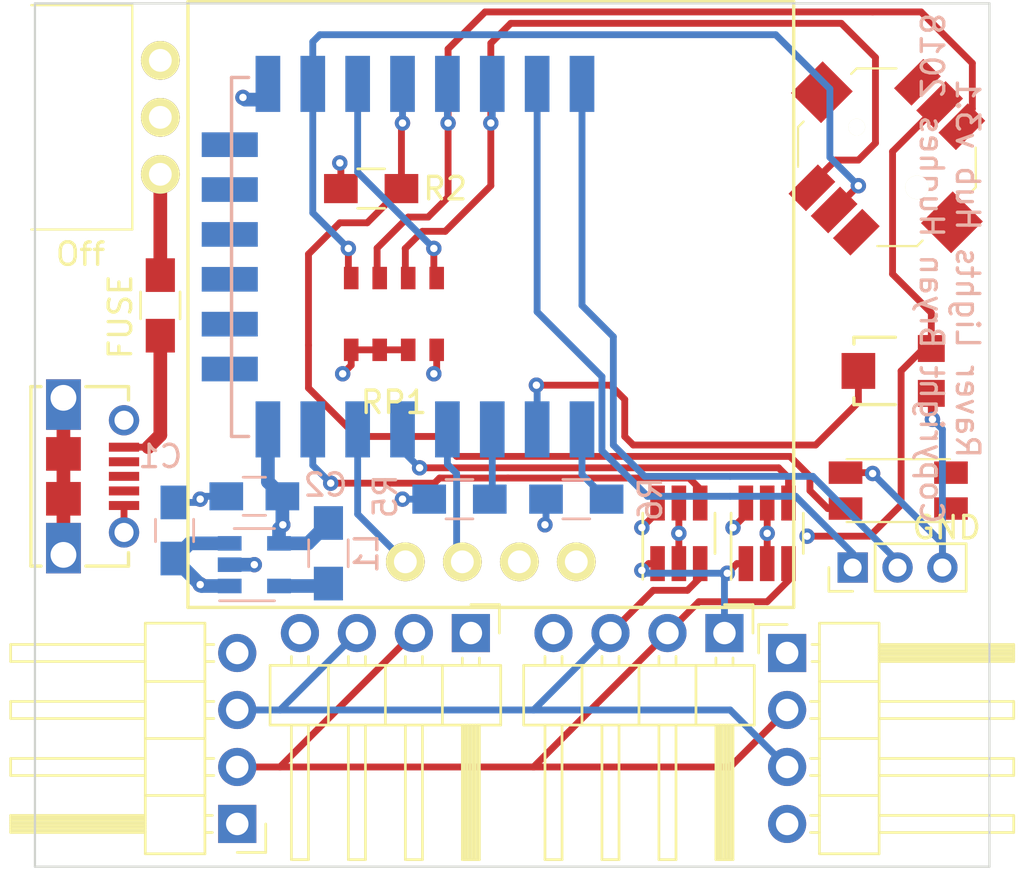
<source format=kicad_pcb>
(kicad_pcb (version 4) (host pcbnew 4.0.7)

  (general
    (links 75)
    (no_connects 0)
    (area 89.4366 96.719314 141.69721 143.0334)
    (thickness 1.6)
    (drawings 8)
    (tracks 245)
    (zones 0)
    (modules 23)
    (nets 23)
  )

  (page A)
  (layers
    (0 F.Cu signal)
    (1 Ground.Plane power hide)
    (2 Power.Plane power hide)
    (31 B.Cu signal)
    (32 B.Adhes user)
    (33 F.Adhes user)
    (34 B.Paste user)
    (35 F.Paste user)
    (36 B.SilkS user)
    (37 F.SilkS user)
    (38 B.Mask user)
    (39 F.Mask user)
    (40 Dwgs.User user)
    (41 Cmts.User user)
    (42 Eco1.User user)
    (43 Eco2.User user)
    (44 Edge.Cuts user)
    (45 Margin user)
    (46 B.CrtYd user)
    (47 F.CrtYd user)
    (48 B.Fab user)
    (49 F.Fab user)
  )

  (setup
    (last_trace_width 0.3048)
    (user_trace_width 0.1524)
    (user_trace_width 0.3048)
    (user_trace_width 0.6096)
    (user_trace_width 1.2192)
    (trace_clearance 0.1524)
    (zone_clearance 0.508)
    (zone_45_only no)
    (trace_min 0.1524)
    (segment_width 0.2)
    (edge_width 0.1)
    (via_size 0.6858)
    (via_drill 0.3302)
    (via_min_size 0.6858)
    (via_min_drill 0.3302)
    (uvia_size 0.762)
    (uvia_drill 0.508)
    (uvias_allowed no)
    (uvia_min_size 0)
    (uvia_min_drill 0)
    (pcb_text_width 0.3)
    (pcb_text_size 1.5 1.5)
    (mod_edge_width 0.15)
    (mod_text_size 1 1)
    (mod_text_width 0.15)
    (pad_size 1.35 1.35)
    (pad_drill 0.8)
    (pad_to_mask_clearance 0.0508)
    (aux_axis_origin 0 0)
    (grid_origin 175.2 118.4)
    (visible_elements FFFFFF7F)
    (pcbplotparams
      (layerselection 0x00030_80000001)
      (usegerberextensions false)
      (excludeedgelayer true)
      (linewidth 0.100000)
      (plotframeref false)
      (viasonmask false)
      (mode 1)
      (useauxorigin false)
      (hpglpennumber 1)
      (hpglpenspeed 20)
      (hpglpendiameter 15)
      (hpglpenoverlay 2)
      (psnegative false)
      (psa4output false)
      (plotreference true)
      (plotvalue true)
      (plotinvisibletext false)
      (padsonsilk false)
      (subtractmaskfromsilk false)
      (outputformat 1)
      (mirror false)
      (drillshape 0)
      (scaleselection 1)
      (outputdirectory ""))
  )

  (net 0 "")
  (net 1 "Net-(L1-Pad1)")
  (net 2 "Net-(P4-Pad1)")
  (net 3 "Net-(P4-Pad2)")
  (net 4 GND)
  (net 5 +3V3)
  (net 6 "Net-(R5-Pad1)")
  (net 7 "Net-(R6-Pad2)")
  (net 8 "Net-(R2-Pad1)")
  (net 9 +5V)
  (net 10 "Net-(J1-Pad2)")
  (net 11 "Net-(J1-Pad3)")
  (net 12 "Net-(U3-Pad5)")
  (net 13 "Net-(F0-Pad1)")
  (net 14 "Net-(F0-Pad2)")
  (net 15 "Net-(U3-Pad7)")
  (net 16 "Net-(RP1-Pad8)")
  (net 17 "Net-(RP1-Pad7)")
  (net 18 "Net-(RP1-Pad6)")
  (net 19 "Net-(RP1-Pad5)")
  (net 20 "Net-(U3-Pad4)")
  (net 21 "Net-(U3-Pad6)")
  (net 22 "Net-(RV1-Pad2)")

  (net_class Default "This is the default net class."
    (clearance 0.1524)
    (trace_width 0.1524)
    (via_dia 0.6858)
    (via_drill 0.3302)
    (uvia_dia 0.762)
    (uvia_drill 0.508)
    (add_net +3V3)
    (add_net +5V)
    (add_net GND)
    (add_net "Net-(F0-Pad1)")
    (add_net "Net-(F0-Pad2)")
    (add_net "Net-(J1-Pad2)")
    (add_net "Net-(J1-Pad3)")
    (add_net "Net-(L1-Pad1)")
    (add_net "Net-(P4-Pad1)")
    (add_net "Net-(P4-Pad2)")
    (add_net "Net-(R2-Pad1)")
    (add_net "Net-(R5-Pad1)")
    (add_net "Net-(R6-Pad2)")
    (add_net "Net-(RP1-Pad5)")
    (add_net "Net-(RP1-Pad6)")
    (add_net "Net-(RP1-Pad7)")
    (add_net "Net-(RP1-Pad8)")
    (add_net "Net-(RV1-Pad2)")
    (add_net "Net-(U3-Pad4)")
    (add_net "Net-(U3-Pad5)")
    (add_net "Net-(U3-Pad6)")
    (add_net "Net-(U3-Pad7)")
  )

  (module nebrius-lcd:DIY-OLED-0.96 (layer F.Cu) (tedit 5A5BB1FA) (tstamp 5A5ABD73)
    (at 114.24 130.084 180)
    (path /5898EB2B)
    (fp_text reference U4 (at 0 7.62 180) (layer F.SilkS) hide
      (effects (font (size 1 1) (thickness 0.15)))
    )
    (fp_text value DIY-OLED-0.96 (at 0 5.08 180) (layer F.Fab) hide
      (effects (font (size 1 1) (thickness 0.15)))
    )
    (fp_line (start -13.5 27) (end -13.5 0) (layer F.SilkS) (width 0.15))
    (fp_line (start 13.5 27) (end -13.5 27) (layer F.SilkS) (width 0.15))
    (fp_line (start 13.5 0) (end 13.5 27) (layer F.SilkS) (width 0.15))
    (fp_line (start 13.5 0) (end -13.5 0) (layer F.SilkS) (width 0.15))
    (pad 1 thru_hole circle (at -3.81 2.032 180) (size 1.7272 1.7272) (drill 1.016) (layers *.Cu *.Mask F.SilkS)
      (net 5 +3V3))
    (pad 2 thru_hole circle (at -1.27 2.032 180) (size 1.7272 1.7272) (drill 1.016) (layers *.Cu *.Mask F.SilkS)
      (net 4 GND))
    (pad 3 thru_hole circle (at 1.27 2.032 180) (size 1.7272 1.7272) (drill 1.016) (layers *.Cu *.Mask F.SilkS)
      (net 20 "Net-(U3-Pad4)"))
    (pad 4 thru_hole circle (at 3.81 2.032 180) (size 1.7272 1.7272) (drill 1.016) (layers *.Cu *.Mask F.SilkS)
      (net 21 "Net-(U3-Pad6)"))
  )

  (module Capacitors_SMD:C_0805_HandSoldering (layer B.Cu) (tedit 5A6D19FA) (tstamp 58D4AE15)
    (at 100.143 126.655 90)
    (descr "Capacitor SMD 0805, hand soldering")
    (tags "capacitor 0805")
    (path /57A0E3BE)
    (attr smd)
    (fp_text reference C1 (at 3.302 -0.635 180) (layer B.SilkS)
      (effects (font (size 1 1) (thickness 0.15)) (justify mirror))
    )
    (fp_text value 4.7uF (at -8.2 -0.4 90) (layer B.Fab) hide
      (effects (font (size 1 1) (thickness 0.15)) (justify mirror))
    )
    (fp_line (start -1 -0.62) (end -1 0.62) (layer B.Fab) (width 0.1))
    (fp_line (start 1 -0.62) (end -1 -0.62) (layer B.Fab) (width 0.1))
    (fp_line (start 1 0.62) (end 1 -0.62) (layer B.Fab) (width 0.1))
    (fp_line (start -1 0.62) (end 1 0.62) (layer B.Fab) (width 0.1))
    (fp_line (start 0.5 0.85) (end -0.5 0.85) (layer B.SilkS) (width 0.12))
    (fp_line (start -0.5 -0.85) (end 0.5 -0.85) (layer B.SilkS) (width 0.12))
    (fp_line (start -2.25 0.88) (end 2.25 0.88) (layer B.CrtYd) (width 0.05))
    (fp_line (start -2.25 0.88) (end -2.25 -0.87) (layer B.CrtYd) (width 0.05))
    (fp_line (start 2.25 -0.87) (end 2.25 0.88) (layer B.CrtYd) (width 0.05))
    (fp_line (start 2.25 -0.87) (end -2.25 -0.87) (layer B.CrtYd) (width 0.05))
    (pad 1 smd rect (at -1.25 0 90) (size 1.5 1.25) (layers B.Cu B.Paste B.Mask)
      (net 9 +5V))
    (pad 2 smd rect (at 1.25 0 90) (size 1.5 1.25) (layers B.Cu B.Paste B.Mask)
      (net 4 GND))
    (model Capacitors_SMD.3dshapes/C_0805.wrl
      (at (xyz 0 0 0))
      (scale (xyz 1 1 1))
      (rotate (xyz 0 0 0))
    )
  )

  (module Capacitors_SMD:C_0805_HandSoldering (layer B.Cu) (tedit 5A6D1A00) (tstamp 58D4AE26)
    (at 103.699 125.131 180)
    (descr "Capacitor SMD 0805, hand soldering")
    (tags "capacitor 0805")
    (path /57A0E396)
    (attr smd)
    (fp_text reference C2 (at 0 1.75 180) (layer B.SilkS) hide
      (effects (font (size 1 1) (thickness 0.15)) (justify mirror))
    )
    (fp_text value 10uF (at 7 -5.8 180) (layer B.Fab) hide
      (effects (font (size 1 1) (thickness 0.15)) (justify mirror))
    )
    (fp_text user %R (at -3.175 0.508 180) (layer B.SilkS)
      (effects (font (size 1 1) (thickness 0.15)) (justify mirror))
    )
    (fp_line (start -1 -0.62) (end -1 0.62) (layer B.Fab) (width 0.1))
    (fp_line (start 1 -0.62) (end -1 -0.62) (layer B.Fab) (width 0.1))
    (fp_line (start 1 0.62) (end 1 -0.62) (layer B.Fab) (width 0.1))
    (fp_line (start -1 0.62) (end 1 0.62) (layer B.Fab) (width 0.1))
    (fp_line (start 0.5 0.85) (end -0.5 0.85) (layer B.SilkS) (width 0.12))
    (fp_line (start -0.5 -0.85) (end 0.5 -0.85) (layer B.SilkS) (width 0.12))
    (fp_line (start -2.25 0.88) (end 2.25 0.88) (layer B.CrtYd) (width 0.05))
    (fp_line (start -2.25 0.88) (end -2.25 -0.87) (layer B.CrtYd) (width 0.05))
    (fp_line (start 2.25 -0.87) (end 2.25 0.88) (layer B.CrtYd) (width 0.05))
    (fp_line (start 2.25 -0.87) (end -2.25 -0.87) (layer B.CrtYd) (width 0.05))
    (pad 1 smd rect (at -1.25 0 180) (size 1.5 1.25) (layers B.Cu B.Paste B.Mask)
      (net 5 +3V3))
    (pad 2 smd rect (at 1.25 0 180) (size 1.5 1.25) (layers B.Cu B.Paste B.Mask)
      (net 4 GND))
    (model Capacitors_SMD.3dshapes/C_0805.wrl
      (at (xyz 0 0 0))
      (scale (xyz 1 1 1))
      (rotate (xyz 0 0 0))
    )
  )

  (module Resistors_SMD:R_0805_HandSoldering (layer B.Cu) (tedit 58D85A48) (tstamp 58D4AE37)
    (at 107.001 127.671 90)
    (descr "Resistor SMD 0805, hand soldering")
    (tags "resistor 0805")
    (path /57A0E1B1)
    (attr smd)
    (fp_text reference L1 (at 0 1.7 90) (layer B.SilkS)
      (effects (font (size 1 1) (thickness 0.15)) (justify mirror))
    )
    (fp_text value 2.2uH (at -4 -9.6 90) (layer B.Fab) hide
      (effects (font (size 1 1) (thickness 0.15)) (justify mirror))
    )
    (fp_text user %R (at 0 1.7 90) (layer B.SilkS)
      (effects (font (size 1 1) (thickness 0.15)) (justify mirror))
    )
    (fp_line (start -1 -0.62) (end -1 0.62) (layer B.Fab) (width 0.1))
    (fp_line (start 1 -0.62) (end -1 -0.62) (layer B.Fab) (width 0.1))
    (fp_line (start 1 0.62) (end 1 -0.62) (layer B.Fab) (width 0.1))
    (fp_line (start -1 0.62) (end 1 0.62) (layer B.Fab) (width 0.1))
    (fp_line (start 0.6 -0.88) (end -0.6 -0.88) (layer B.SilkS) (width 0.12))
    (fp_line (start -0.6 0.88) (end 0.6 0.88) (layer B.SilkS) (width 0.12))
    (fp_line (start -2.35 0.9) (end 2.35 0.9) (layer B.CrtYd) (width 0.05))
    (fp_line (start -2.35 0.9) (end -2.35 -0.9) (layer B.CrtYd) (width 0.05))
    (fp_line (start 2.35 -0.9) (end 2.35 0.9) (layer B.CrtYd) (width 0.05))
    (fp_line (start 2.35 -0.9) (end -2.35 -0.9) (layer B.CrtYd) (width 0.05))
    (pad 1 smd rect (at -1.35 0 90) (size 1.5 1.3) (layers B.Cu B.Paste B.Mask)
      (net 1 "Net-(L1-Pad1)"))
    (pad 2 smd rect (at 1.35 0 90) (size 1.5 1.3) (layers B.Cu B.Paste B.Mask)
      (net 5 +3V3))
    (model Resistors_SMD.3dshapes/R_0805.wrl
      (at (xyz 0 0 0))
      (scale (xyz 1 1 1))
      (rotate (xyz 0 0 0))
    )
  )

  (module Pin_Headers:Pin_Header_Straight_1x03_Pitch2.00mm (layer F.Cu) (tedit 58D85B6E) (tstamp 58D4AE6E)
    (at 130.369 128.306 90)
    (descr "Through hole straight pin header, 1x03, 2.00mm pitch, single row")
    (tags "Through hole pin header THT 1x03 2.00mm single row")
    (path /584F7038)
    (fp_text reference P4 (at 0 -2.06 90) (layer F.SilkS) hide
      (effects (font (size 1 1) (thickness 0.15)))
    )
    (fp_text value SERIAL (at -0.162 6.164 90) (layer F.Fab) hide
      (effects (font (size 1 1) (thickness 0.15)))
    )
    (fp_line (start -1 -1) (end -1 5) (layer F.Fab) (width 0.1))
    (fp_line (start -1 5) (end 1 5) (layer F.Fab) (width 0.1))
    (fp_line (start 1 5) (end 1 -1) (layer F.Fab) (width 0.1))
    (fp_line (start 1 -1) (end -1 -1) (layer F.Fab) (width 0.1))
    (fp_line (start -1.06 1) (end -1.06 5.06) (layer F.SilkS) (width 0.12))
    (fp_line (start -1.06 5.06) (end 1.06 5.06) (layer F.SilkS) (width 0.12))
    (fp_line (start 1.06 5.06) (end 1.06 1) (layer F.SilkS) (width 0.12))
    (fp_line (start 1.06 1) (end -1.06 1) (layer F.SilkS) (width 0.12))
    (fp_line (start -1.06 0) (end -1.06 -1.06) (layer F.SilkS) (width 0.12))
    (fp_line (start -1.06 -1.06) (end 0 -1.06) (layer F.SilkS) (width 0.12))
    (fp_line (start -1.5 -1.5) (end -1.5 5.5) (layer F.CrtYd) (width 0.05))
    (fp_line (start -1.5 5.5) (end 1.5 5.5) (layer F.CrtYd) (width 0.05))
    (fp_line (start 1.5 5.5) (end 1.5 -1.5) (layer F.CrtYd) (width 0.05))
    (fp_line (start 1.5 -1.5) (end -1.5 -1.5) (layer F.CrtYd) (width 0.05))
    (fp_text user %R (at 0 -2.06 90) (layer F.Fab) hide
      (effects (font (size 1 1) (thickness 0.15)))
    )
    (pad 1 thru_hole rect (at 0 0 90) (size 1.35 1.35) (drill 0.8) (layers *.Cu *.Mask)
      (net 2 "Net-(P4-Pad1)"))
    (pad 2 thru_hole oval (at 0 2 90) (size 1.35 1.35) (drill 0.8) (layers *.Cu *.Mask)
      (net 3 "Net-(P4-Pad2)"))
    (pad 3 thru_hole oval (at 0 4 90) (size 1.35 1.35) (drill 0.8) (layers *.Cu *.Mask)
      (net 4 GND))
    (model ${KISYS3DMOD}/Pin_Headers.3dshapes/Pin_Header_Straight_1x03_Pitch2.00mm.wrl
      (at (xyz 0 0 0))
      (scale (xyz 1 1 1))
      (rotate (xyz 0 0 0))
    )
  )

  (module Resistors_SMD:R_0805_HandSoldering (layer F.Cu) (tedit 5A777AC9) (tstamp 58D4AEC1)
    (at 108.906 111.415 180)
    (descr "Resistor SMD 0805, hand soldering")
    (tags "resistor 0805")
    (path /58978884)
    (attr smd)
    (fp_text reference R2 (at -3.302 0 180) (layer F.SilkS)
      (effects (font (size 1 1) (thickness 0.15)))
    )
    (fp_text value 1k (at 0 1.75 180) (layer F.Fab) hide
      (effects (font (size 1 1) (thickness 0.15)))
    )
    (fp_text user %R (at 3.6 0 180) (layer F.Fab) hide
      (effects (font (size 1 1) (thickness 0.15)))
    )
    (fp_line (start -1 0.62) (end -1 -0.62) (layer F.Fab) (width 0.1))
    (fp_line (start 1 0.62) (end -1 0.62) (layer F.Fab) (width 0.1))
    (fp_line (start 1 -0.62) (end 1 0.62) (layer F.Fab) (width 0.1))
    (fp_line (start -1 -0.62) (end 1 -0.62) (layer F.Fab) (width 0.1))
    (fp_line (start 0.6 0.88) (end -0.6 0.88) (layer F.SilkS) (width 0.12))
    (fp_line (start -0.6 -0.88) (end 0.6 -0.88) (layer F.SilkS) (width 0.12))
    (fp_line (start -2.35 -0.9) (end 2.35 -0.9) (layer F.CrtYd) (width 0.05))
    (fp_line (start -2.35 -0.9) (end -2.35 0.9) (layer F.CrtYd) (width 0.05))
    (fp_line (start 2.35 0.9) (end 2.35 -0.9) (layer F.CrtYd) (width 0.05))
    (fp_line (start 2.35 0.9) (end -2.35 0.9) (layer F.CrtYd) (width 0.05))
    (pad 1 smd rect (at -1.35 0 180) (size 1.5 1.3) (layers F.Cu F.Paste F.Mask)
      (net 8 "Net-(R2-Pad1)"))
    (pad 2 smd rect (at 1.35 0 180) (size 1.5 1.3) (layers F.Cu F.Paste F.Mask)
      (net 5 +3V3))
    (model Resistors_SMD.3dshapes/R_0805.wrl
      (at (xyz 0 0 0))
      (scale (xyz 1 1 1))
      (rotate (xyz 0 0 0))
    )
  )

  (module CL-SA-12C:CL-SA-12C4 (layer F.Cu) (tedit 58D85B54) (tstamp 58D4AECC)
    (at 99.508 108.24 270)
    (path /57A0DADD)
    (fp_text reference SW1 (at 0.25 3.5 270) (layer F.SilkS) hide
      (effects (font (size 1 1) (thickness 0.15)))
    )
    (fp_text value Switch_SPDT_x2 (at 0 6.75 270) (layer F.Fab) hide
      (effects (font (size 1 1) (thickness 0.15)))
    )
    (fp_line (start -5 5.75) (end -5 1.25) (layer F.SilkS) (width 0.1))
    (fp_line (start 5 1.25) (end 5 5.75) (layer F.SilkS) (width 0.1))
    (fp_line (start 5 5.75) (end -5 5.75) (layer F.CrtYd) (width 0.1))
    (fp_line (start -5 1.25) (end 5 1.25) (layer F.SilkS) (width 0.1))
    (pad 2 thru_hole circle (at 0 0 270) (size 1.7272 1.7272) (drill 1.016) (layers *.Cu *.Mask F.SilkS)
      (net 9 +5V))
    (pad 1 thru_hole circle (at -2.54 0 270) (size 1.7272 1.7272) (drill 1.016) (layers *.Cu *.Mask F.SilkS))
    (pad 3 thru_hole circle (at 2.54 0 270) (size 1.7272 1.7272) (drill 1.016) (layers *.Cu *.Mask F.SilkS)
      (net 13 "Net-(F0-Pad1)"))
  )

  (module TO_SOT_Packages_SMD:SOT-23-5 (layer B.Cu) (tedit 58D85723) (tstamp 58D4AEE1)
    (at 103.699 128.179)
    (descr "5-pin SOT23 package")
    (tags SOT-23-5)
    (path /57A0D83A)
    (attr smd)
    (fp_text reference U1 (at 0 2.9) (layer B.SilkS) hide
      (effects (font (size 1 1) (thickness 0.15)) (justify mirror))
    )
    (fp_text value LM3671 (at -8 2) (layer B.Fab) hide
      (effects (font (size 1 1) (thickness 0.15)) (justify mirror))
    )
    (fp_text user %R (at 0 0) (layer B.Fab) hide
      (effects (font (size 0.5 0.5) (thickness 0.075)) (justify mirror))
    )
    (fp_line (start -0.9 -1.61) (end 0.9 -1.61) (layer B.SilkS) (width 0.12))
    (fp_line (start 0.9 1.61) (end -1.55 1.61) (layer B.SilkS) (width 0.12))
    (fp_line (start -1.9 1.8) (end 1.9 1.8) (layer B.CrtYd) (width 0.05))
    (fp_line (start 1.9 1.8) (end 1.9 -1.8) (layer B.CrtYd) (width 0.05))
    (fp_line (start 1.9 -1.8) (end -1.9 -1.8) (layer B.CrtYd) (width 0.05))
    (fp_line (start -1.9 -1.8) (end -1.9 1.8) (layer B.CrtYd) (width 0.05))
    (fp_line (start -0.9 0.9) (end -0.25 1.55) (layer B.Fab) (width 0.1))
    (fp_line (start 0.9 1.55) (end -0.25 1.55) (layer B.Fab) (width 0.1))
    (fp_line (start -0.9 0.9) (end -0.9 -1.55) (layer B.Fab) (width 0.1))
    (fp_line (start 0.9 -1.55) (end -0.9 -1.55) (layer B.Fab) (width 0.1))
    (fp_line (start 0.9 1.55) (end 0.9 -1.55) (layer B.Fab) (width 0.1))
    (pad 1 smd rect (at -1.1 0.95) (size 1.06 0.65) (layers B.Cu B.Paste B.Mask)
      (net 9 +5V))
    (pad 2 smd rect (at -1.1 0) (size 1.06 0.65) (layers B.Cu B.Paste B.Mask)
      (net 4 GND))
    (pad 3 smd rect (at -1.1 -0.95) (size 1.06 0.65) (layers B.Cu B.Paste B.Mask)
      (net 9 +5V))
    (pad 4 smd rect (at 1.1 -0.95) (size 1.06 0.65) (layers B.Cu B.Paste B.Mask)
      (net 5 +3V3))
    (pad 5 smd rect (at 1.1 0.95) (size 1.06 0.65) (layers B.Cu B.Paste B.Mask)
      (net 1 "Net-(L1-Pad1)"))
    (model ${KISYS3DMOD}/TO_SOT_Packages_SMD.3dshapes/SOT-23-5.wrl
      (at (xyz 0 0 0))
      (scale (xyz 1 1 1))
      (rotate (xyz 0 0 0))
    )
  )

  (module Resistors_SMD:R_0805_HandSoldering (layer B.Cu) (tedit 5A6BC2FA) (tstamp 58D855DA)
    (at 112.843 125.258 180)
    (descr "Resistor SMD 0805, hand soldering")
    (tags "resistor 0805")
    (path /58D3649D)
    (attr smd)
    (fp_text reference R5 (at 3.302 0.127 270) (layer B.SilkS)
      (effects (font (size 1 1) (thickness 0.15)) (justify mirror))
    )
    (fp_text value 10k (at 0 -1.75 180) (layer B.Fab) hide
      (effects (font (size 1 1) (thickness 0.15)) (justify mirror))
    )
    (fp_text user %R (at 0 1.7 180) (layer B.Fab) hide
      (effects (font (size 1 1) (thickness 0.15)) (justify mirror))
    )
    (fp_line (start -1 -0.62) (end -1 0.62) (layer B.Fab) (width 0.1))
    (fp_line (start 1 -0.62) (end -1 -0.62) (layer B.Fab) (width 0.1))
    (fp_line (start 1 0.62) (end 1 -0.62) (layer B.Fab) (width 0.1))
    (fp_line (start -1 0.62) (end 1 0.62) (layer B.Fab) (width 0.1))
    (fp_line (start 0.6 -0.88) (end -0.6 -0.88) (layer B.SilkS) (width 0.12))
    (fp_line (start -0.6 0.88) (end 0.6 0.88) (layer B.SilkS) (width 0.12))
    (fp_line (start -2.35 0.9) (end 2.35 0.9) (layer B.CrtYd) (width 0.05))
    (fp_line (start -2.35 0.9) (end -2.35 -0.9) (layer B.CrtYd) (width 0.05))
    (fp_line (start 2.35 -0.9) (end 2.35 0.9) (layer B.CrtYd) (width 0.05))
    (fp_line (start 2.35 -0.9) (end -2.35 -0.9) (layer B.CrtYd) (width 0.05))
    (pad 1 smd rect (at -1.35 0 180) (size 1.5 1.3) (layers B.Cu B.Paste B.Mask)
      (net 6 "Net-(R5-Pad1)"))
    (pad 2 smd rect (at 1.35 0 180) (size 1.5 1.3) (layers B.Cu B.Paste B.Mask)
      (net 5 +3V3))
    (model Resistors_SMD.3dshapes/R_0805.wrl
      (at (xyz 0 0 0))
      (scale (xyz 1 1 1))
      (rotate (xyz 0 0 0))
    )
  )

  (module Resistors_SMD:R_0805_HandSoldering (layer B.Cu) (tedit 5A6BC2DC) (tstamp 58D855EB)
    (at 118.05 125.258)
    (descr "Resistor SMD 0805, hand soldering")
    (tags "resistor 0805")
    (path /58D6E0DB)
    (attr smd)
    (fp_text reference R6 (at 3.302 0 90) (layer B.SilkS)
      (effects (font (size 1 1) (thickness 0.15)) (justify mirror))
    )
    (fp_text value 10k (at 0 -1.75) (layer B.Fab) hide
      (effects (font (size 1 1) (thickness 0.15)) (justify mirror))
    )
    (fp_text user %R (at 0 1.7) (layer B.Fab) hide
      (effects (font (size 1 1) (thickness 0.15)) (justify mirror))
    )
    (fp_line (start -1 -0.62) (end -1 0.62) (layer B.Fab) (width 0.1))
    (fp_line (start 1 -0.62) (end -1 -0.62) (layer B.Fab) (width 0.1))
    (fp_line (start 1 0.62) (end 1 -0.62) (layer B.Fab) (width 0.1))
    (fp_line (start -1 0.62) (end 1 0.62) (layer B.Fab) (width 0.1))
    (fp_line (start 0.6 -0.88) (end -0.6 -0.88) (layer B.SilkS) (width 0.12))
    (fp_line (start -0.6 0.88) (end 0.6 0.88) (layer B.SilkS) (width 0.12))
    (fp_line (start -2.35 0.9) (end 2.35 0.9) (layer B.CrtYd) (width 0.05))
    (fp_line (start -2.35 0.9) (end -2.35 -0.9) (layer B.CrtYd) (width 0.05))
    (fp_line (start 2.35 -0.9) (end 2.35 0.9) (layer B.CrtYd) (width 0.05))
    (fp_line (start 2.35 -0.9) (end -2.35 -0.9) (layer B.CrtYd) (width 0.05))
    (pad 1 smd rect (at -1.35 0) (size 1.5 1.3) (layers B.Cu B.Paste B.Mask)
      (net 5 +3V3))
    (pad 2 smd rect (at 1.35 0) (size 1.5 1.3) (layers B.Cu B.Paste B.Mask)
      (net 7 "Net-(R6-Pad2)"))
    (model Resistors_SMD.3dshapes/R_0805.wrl
      (at (xyz 0 0 0))
      (scale (xyz 1 1 1))
      (rotate (xyz 0 0 0))
    )
  )

  (module Pin_Headers:Pin_Header_Angled_1x04_Pitch2.54mm (layer F.Cu) (tedit 5A6AD278) (tstamp 5A5ABC30)
    (at 102.937 139.736 180)
    (descr "Through hole angled pin header, 1x04, 2.54mm pitch, 6mm pin length, single row")
    (tags "Through hole angled pin header THT 1x04 2.54mm single row")
    (path /5A47DDAC)
    (fp_text reference J1 (at 4.385 -2.27 180) (layer F.SilkS) hide
      (effects (font (size 1 1) (thickness 0.15)))
    )
    (fp_text value Conn_01x04 (at 4.385 9.89 180) (layer F.Fab) hide
      (effects (font (size 1 1) (thickness 0.15)))
    )
    (fp_line (start 2.135 -1.27) (end 4.04 -1.27) (layer F.Fab) (width 0.1))
    (fp_line (start 4.04 -1.27) (end 4.04 8.89) (layer F.Fab) (width 0.1))
    (fp_line (start 4.04 8.89) (end 1.5 8.89) (layer F.Fab) (width 0.1))
    (fp_line (start 1.5 8.89) (end 1.5 -0.635) (layer F.Fab) (width 0.1))
    (fp_line (start 1.5 -0.635) (end 2.135 -1.27) (layer F.Fab) (width 0.1))
    (fp_line (start -0.32 -0.32) (end 1.5 -0.32) (layer F.Fab) (width 0.1))
    (fp_line (start -0.32 -0.32) (end -0.32 0.32) (layer F.Fab) (width 0.1))
    (fp_line (start -0.32 0.32) (end 1.5 0.32) (layer F.Fab) (width 0.1))
    (fp_line (start 4.04 -0.32) (end 10.04 -0.32) (layer F.Fab) (width 0.1))
    (fp_line (start 10.04 -0.32) (end 10.04 0.32) (layer F.Fab) (width 0.1))
    (fp_line (start 4.04 0.32) (end 10.04 0.32) (layer F.Fab) (width 0.1))
    (fp_line (start -0.32 2.22) (end 1.5 2.22) (layer F.Fab) (width 0.1))
    (fp_line (start -0.32 2.22) (end -0.32 2.86) (layer F.Fab) (width 0.1))
    (fp_line (start -0.32 2.86) (end 1.5 2.86) (layer F.Fab) (width 0.1))
    (fp_line (start 4.04 2.22) (end 10.04 2.22) (layer F.Fab) (width 0.1))
    (fp_line (start 10.04 2.22) (end 10.04 2.86) (layer F.Fab) (width 0.1))
    (fp_line (start 4.04 2.86) (end 10.04 2.86) (layer F.Fab) (width 0.1))
    (fp_line (start -0.32 4.76) (end 1.5 4.76) (layer F.Fab) (width 0.1))
    (fp_line (start -0.32 4.76) (end -0.32 5.4) (layer F.Fab) (width 0.1))
    (fp_line (start -0.32 5.4) (end 1.5 5.4) (layer F.Fab) (width 0.1))
    (fp_line (start 4.04 4.76) (end 10.04 4.76) (layer F.Fab) (width 0.1))
    (fp_line (start 10.04 4.76) (end 10.04 5.4) (layer F.Fab) (width 0.1))
    (fp_line (start 4.04 5.4) (end 10.04 5.4) (layer F.Fab) (width 0.1))
    (fp_line (start -0.32 7.3) (end 1.5 7.3) (layer F.Fab) (width 0.1))
    (fp_line (start -0.32 7.3) (end -0.32 7.94) (layer F.Fab) (width 0.1))
    (fp_line (start -0.32 7.94) (end 1.5 7.94) (layer F.Fab) (width 0.1))
    (fp_line (start 4.04 7.3) (end 10.04 7.3) (layer F.Fab) (width 0.1))
    (fp_line (start 10.04 7.3) (end 10.04 7.94) (layer F.Fab) (width 0.1))
    (fp_line (start 4.04 7.94) (end 10.04 7.94) (layer F.Fab) (width 0.1))
    (fp_line (start 1.44 -1.33) (end 1.44 8.95) (layer F.SilkS) (width 0.12))
    (fp_line (start 1.44 8.95) (end 4.1 8.95) (layer F.SilkS) (width 0.12))
    (fp_line (start 4.1 8.95) (end 4.1 -1.33) (layer F.SilkS) (width 0.12))
    (fp_line (start 4.1 -1.33) (end 1.44 -1.33) (layer F.SilkS) (width 0.12))
    (fp_line (start 4.1 -0.38) (end 10.1 -0.38) (layer F.SilkS) (width 0.12))
    (fp_line (start 10.1 -0.38) (end 10.1 0.38) (layer F.SilkS) (width 0.12))
    (fp_line (start 10.1 0.38) (end 4.1 0.38) (layer F.SilkS) (width 0.12))
    (fp_line (start 4.1 -0.32) (end 10.1 -0.32) (layer F.SilkS) (width 0.12))
    (fp_line (start 4.1 -0.2) (end 10.1 -0.2) (layer F.SilkS) (width 0.12))
    (fp_line (start 4.1 -0.08) (end 10.1 -0.08) (layer F.SilkS) (width 0.12))
    (fp_line (start 4.1 0.04) (end 10.1 0.04) (layer F.SilkS) (width 0.12))
    (fp_line (start 4.1 0.16) (end 10.1 0.16) (layer F.SilkS) (width 0.12))
    (fp_line (start 4.1 0.28) (end 10.1 0.28) (layer F.SilkS) (width 0.12))
    (fp_line (start 1.11 -0.38) (end 1.44 -0.38) (layer F.SilkS) (width 0.12))
    (fp_line (start 1.11 0.38) (end 1.44 0.38) (layer F.SilkS) (width 0.12))
    (fp_line (start 1.44 1.27) (end 4.1 1.27) (layer F.SilkS) (width 0.12))
    (fp_line (start 4.1 2.16) (end 10.1 2.16) (layer F.SilkS) (width 0.12))
    (fp_line (start 10.1 2.16) (end 10.1 2.92) (layer F.SilkS) (width 0.12))
    (fp_line (start 10.1 2.92) (end 4.1 2.92) (layer F.SilkS) (width 0.12))
    (fp_line (start 1.042929 2.16) (end 1.44 2.16) (layer F.SilkS) (width 0.12))
    (fp_line (start 1.042929 2.92) (end 1.44 2.92) (layer F.SilkS) (width 0.12))
    (fp_line (start 1.44 3.81) (end 4.1 3.81) (layer F.SilkS) (width 0.12))
    (fp_line (start 4.1 4.7) (end 10.1 4.7) (layer F.SilkS) (width 0.12))
    (fp_line (start 10.1 4.7) (end 10.1 5.46) (layer F.SilkS) (width 0.12))
    (fp_line (start 10.1 5.46) (end 4.1 5.46) (layer F.SilkS) (width 0.12))
    (fp_line (start 1.042929 4.7) (end 1.44 4.7) (layer F.SilkS) (width 0.12))
    (fp_line (start 1.042929 5.46) (end 1.44 5.46) (layer F.SilkS) (width 0.12))
    (fp_line (start 1.44 6.35) (end 4.1 6.35) (layer F.SilkS) (width 0.12))
    (fp_line (start 4.1 7.24) (end 10.1 7.24) (layer F.SilkS) (width 0.12))
    (fp_line (start 10.1 7.24) (end 10.1 8) (layer F.SilkS) (width 0.12))
    (fp_line (start 10.1 8) (end 4.1 8) (layer F.SilkS) (width 0.12))
    (fp_line (start 1.042929 7.24) (end 1.44 7.24) (layer F.SilkS) (width 0.12))
    (fp_line (start 1.042929 8) (end 1.44 8) (layer F.SilkS) (width 0.12))
    (fp_line (start -1.27 0) (end -1.27 -1.27) (layer F.SilkS) (width 0.12))
    (fp_line (start -1.27 -1.27) (end 0 -1.27) (layer F.SilkS) (width 0.12))
    (fp_line (start -1.8 -1.8) (end -1.8 9.4) (layer F.CrtYd) (width 0.05))
    (fp_line (start -1.8 9.4) (end 10.55 9.4) (layer F.CrtYd) (width 0.05))
    (fp_line (start 10.55 9.4) (end 10.55 -1.8) (layer F.CrtYd) (width 0.05))
    (fp_line (start 10.55 -1.8) (end -1.8 -1.8) (layer F.CrtYd) (width 0.05))
    (fp_text user %R (at 2.77 3.81 270) (layer F.Fab) hide
      (effects (font (size 1 1) (thickness 0.15)))
    )
    (pad 1 thru_hole rect (at 0 0 180) (size 1.7 1.7) (drill 1) (layers *.Cu *.Mask)
      (net 9 +5V))
    (pad 2 thru_hole oval (at 0 2.54 180) (size 1.7 1.7) (drill 1) (layers *.Cu *.Mask)
      (net 10 "Net-(J1-Pad2)"))
    (pad 3 thru_hole oval (at 0 5.08 180) (size 1.7 1.7) (drill 1) (layers *.Cu *.Mask)
      (net 11 "Net-(J1-Pad3)"))
    (pad 4 thru_hole oval (at 0 7.62 180) (size 1.7 1.7) (drill 1) (layers *.Cu *.Mask)
      (net 4 GND))
    (model ${KISYS3DMOD}/Pin_Headers.3dshapes/Pin_Header_Angled_1x04_Pitch2.54mm.wrl
      (at (xyz 0 0 0))
      (scale (xyz 1 1 1))
      (rotate (xyz 0 0 0))
    )
  )

  (module Pin_Headers:Pin_Header_Angled_1x04_Pitch2.54mm (layer F.Cu) (tedit 5A5BB1C5) (tstamp 5A5ABC7D)
    (at 113.351 131.227 270)
    (descr "Through hole angled pin header, 1x04, 2.54mm pitch, 6mm pin length, single row")
    (tags "Through hole angled pin header THT 1x04 2.54mm single row")
    (path /5A47DE57)
    (fp_text reference J2 (at 4.385 -2.27 270) (layer F.SilkS) hide
      (effects (font (size 1 1) (thickness 0.15)))
    )
    (fp_text value Conn_01x04 (at 4.385 9.89 270) (layer F.Fab) hide
      (effects (font (size 1 1) (thickness 0.15)))
    )
    (fp_line (start 2.135 -1.27) (end 4.04 -1.27) (layer F.Fab) (width 0.1))
    (fp_line (start 4.04 -1.27) (end 4.04 8.89) (layer F.Fab) (width 0.1))
    (fp_line (start 4.04 8.89) (end 1.5 8.89) (layer F.Fab) (width 0.1))
    (fp_line (start 1.5 8.89) (end 1.5 -0.635) (layer F.Fab) (width 0.1))
    (fp_line (start 1.5 -0.635) (end 2.135 -1.27) (layer F.Fab) (width 0.1))
    (fp_line (start -0.32 -0.32) (end 1.5 -0.32) (layer F.Fab) (width 0.1))
    (fp_line (start -0.32 -0.32) (end -0.32 0.32) (layer F.Fab) (width 0.1))
    (fp_line (start -0.32 0.32) (end 1.5 0.32) (layer F.Fab) (width 0.1))
    (fp_line (start 4.04 -0.32) (end 10.04 -0.32) (layer F.Fab) (width 0.1))
    (fp_line (start 10.04 -0.32) (end 10.04 0.32) (layer F.Fab) (width 0.1))
    (fp_line (start 4.04 0.32) (end 10.04 0.32) (layer F.Fab) (width 0.1))
    (fp_line (start -0.32 2.22) (end 1.5 2.22) (layer F.Fab) (width 0.1))
    (fp_line (start -0.32 2.22) (end -0.32 2.86) (layer F.Fab) (width 0.1))
    (fp_line (start -0.32 2.86) (end 1.5 2.86) (layer F.Fab) (width 0.1))
    (fp_line (start 4.04 2.22) (end 10.04 2.22) (layer F.Fab) (width 0.1))
    (fp_line (start 10.04 2.22) (end 10.04 2.86) (layer F.Fab) (width 0.1))
    (fp_line (start 4.04 2.86) (end 10.04 2.86) (layer F.Fab) (width 0.1))
    (fp_line (start -0.32 4.76) (end 1.5 4.76) (layer F.Fab) (width 0.1))
    (fp_line (start -0.32 4.76) (end -0.32 5.4) (layer F.Fab) (width 0.1))
    (fp_line (start -0.32 5.4) (end 1.5 5.4) (layer F.Fab) (width 0.1))
    (fp_line (start 4.04 4.76) (end 10.04 4.76) (layer F.Fab) (width 0.1))
    (fp_line (start 10.04 4.76) (end 10.04 5.4) (layer F.Fab) (width 0.1))
    (fp_line (start 4.04 5.4) (end 10.04 5.4) (layer F.Fab) (width 0.1))
    (fp_line (start -0.32 7.3) (end 1.5 7.3) (layer F.Fab) (width 0.1))
    (fp_line (start -0.32 7.3) (end -0.32 7.94) (layer F.Fab) (width 0.1))
    (fp_line (start -0.32 7.94) (end 1.5 7.94) (layer F.Fab) (width 0.1))
    (fp_line (start 4.04 7.3) (end 10.04 7.3) (layer F.Fab) (width 0.1))
    (fp_line (start 10.04 7.3) (end 10.04 7.94) (layer F.Fab) (width 0.1))
    (fp_line (start 4.04 7.94) (end 10.04 7.94) (layer F.Fab) (width 0.1))
    (fp_line (start 1.44 -1.33) (end 1.44 8.95) (layer F.SilkS) (width 0.12))
    (fp_line (start 1.44 8.95) (end 4.1 8.95) (layer F.SilkS) (width 0.12))
    (fp_line (start 4.1 8.95) (end 4.1 -1.33) (layer F.SilkS) (width 0.12))
    (fp_line (start 4.1 -1.33) (end 1.44 -1.33) (layer F.SilkS) (width 0.12))
    (fp_line (start 4.1 -0.38) (end 10.1 -0.38) (layer F.SilkS) (width 0.12))
    (fp_line (start 10.1 -0.38) (end 10.1 0.38) (layer F.SilkS) (width 0.12))
    (fp_line (start 10.1 0.38) (end 4.1 0.38) (layer F.SilkS) (width 0.12))
    (fp_line (start 4.1 -0.32) (end 10.1 -0.32) (layer F.SilkS) (width 0.12))
    (fp_line (start 4.1 -0.2) (end 10.1 -0.2) (layer F.SilkS) (width 0.12))
    (fp_line (start 4.1 -0.08) (end 10.1 -0.08) (layer F.SilkS) (width 0.12))
    (fp_line (start 4.1 0.04) (end 10.1 0.04) (layer F.SilkS) (width 0.12))
    (fp_line (start 4.1 0.16) (end 10.1 0.16) (layer F.SilkS) (width 0.12))
    (fp_line (start 4.1 0.28) (end 10.1 0.28) (layer F.SilkS) (width 0.12))
    (fp_line (start 1.11 -0.38) (end 1.44 -0.38) (layer F.SilkS) (width 0.12))
    (fp_line (start 1.11 0.38) (end 1.44 0.38) (layer F.SilkS) (width 0.12))
    (fp_line (start 1.44 1.27) (end 4.1 1.27) (layer F.SilkS) (width 0.12))
    (fp_line (start 4.1 2.16) (end 10.1 2.16) (layer F.SilkS) (width 0.12))
    (fp_line (start 10.1 2.16) (end 10.1 2.92) (layer F.SilkS) (width 0.12))
    (fp_line (start 10.1 2.92) (end 4.1 2.92) (layer F.SilkS) (width 0.12))
    (fp_line (start 1.042929 2.16) (end 1.44 2.16) (layer F.SilkS) (width 0.12))
    (fp_line (start 1.042929 2.92) (end 1.44 2.92) (layer F.SilkS) (width 0.12))
    (fp_line (start 1.44 3.81) (end 4.1 3.81) (layer F.SilkS) (width 0.12))
    (fp_line (start 4.1 4.7) (end 10.1 4.7) (layer F.SilkS) (width 0.12))
    (fp_line (start 10.1 4.7) (end 10.1 5.46) (layer F.SilkS) (width 0.12))
    (fp_line (start 10.1 5.46) (end 4.1 5.46) (layer F.SilkS) (width 0.12))
    (fp_line (start 1.042929 4.7) (end 1.44 4.7) (layer F.SilkS) (width 0.12))
    (fp_line (start 1.042929 5.46) (end 1.44 5.46) (layer F.SilkS) (width 0.12))
    (fp_line (start 1.44 6.35) (end 4.1 6.35) (layer F.SilkS) (width 0.12))
    (fp_line (start 4.1 7.24) (end 10.1 7.24) (layer F.SilkS) (width 0.12))
    (fp_line (start 10.1 7.24) (end 10.1 8) (layer F.SilkS) (width 0.12))
    (fp_line (start 10.1 8) (end 4.1 8) (layer F.SilkS) (width 0.12))
    (fp_line (start 1.042929 7.24) (end 1.44 7.24) (layer F.SilkS) (width 0.12))
    (fp_line (start 1.042929 8) (end 1.44 8) (layer F.SilkS) (width 0.12))
    (fp_line (start -1.27 0) (end -1.27 -1.27) (layer F.SilkS) (width 0.12))
    (fp_line (start -1.27 -1.27) (end 0 -1.27) (layer F.SilkS) (width 0.12))
    (fp_line (start -1.8 -1.8) (end -1.8 9.4) (layer F.CrtYd) (width 0.05))
    (fp_line (start -1.8 9.4) (end 10.55 9.4) (layer F.CrtYd) (width 0.05))
    (fp_line (start 10.55 9.4) (end 10.55 -1.8) (layer F.CrtYd) (width 0.05))
    (fp_line (start 10.55 -1.8) (end -1.8 -1.8) (layer F.CrtYd) (width 0.05))
    (fp_text user %R (at 2.77 3.81 360) (layer F.Fab) hide
      (effects (font (size 1 1) (thickness 0.15)))
    )
    (pad 1 thru_hole rect (at 0 0 270) (size 1.7 1.7) (drill 1) (layers *.Cu *.Mask)
      (net 9 +5V))
    (pad 2 thru_hole oval (at 0 2.54 270) (size 1.7 1.7) (drill 1) (layers *.Cu *.Mask)
      (net 10 "Net-(J1-Pad2)"))
    (pad 3 thru_hole oval (at 0 5.08 270) (size 1.7 1.7) (drill 1) (layers *.Cu *.Mask)
      (net 11 "Net-(J1-Pad3)"))
    (pad 4 thru_hole oval (at 0 7.62 270) (size 1.7 1.7) (drill 1) (layers *.Cu *.Mask)
      (net 4 GND))
    (model ${KISYS3DMOD}/Pin_Headers.3dshapes/Pin_Header_Angled_1x04_Pitch2.54mm.wrl
      (at (xyz 0 0 0))
      (scale (xyz 1 1 1))
      (rotate (xyz 0 0 0))
    )
  )

  (module Pin_Headers:Pin_Header_Angled_1x04_Pitch2.54mm (layer F.Cu) (tedit 5A6AD26F) (tstamp 5A5ABCCA)
    (at 127.448 132.116)
    (descr "Through hole angled pin header, 1x04, 2.54mm pitch, 6mm pin length, single row")
    (tags "Through hole angled pin header THT 1x04 2.54mm single row")
    (path /5A8CA884)
    (fp_text reference J3 (at 4.385 -2.27) (layer F.SilkS) hide
      (effects (font (size 1 1) (thickness 0.15)))
    )
    (fp_text value Conn_01x04 (at 4.385 9.89) (layer F.Fab) hide
      (effects (font (size 1 1) (thickness 0.15)))
    )
    (fp_line (start 2.135 -1.27) (end 4.04 -1.27) (layer F.Fab) (width 0.1))
    (fp_line (start 4.04 -1.27) (end 4.04 8.89) (layer F.Fab) (width 0.1))
    (fp_line (start 4.04 8.89) (end 1.5 8.89) (layer F.Fab) (width 0.1))
    (fp_line (start 1.5 8.89) (end 1.5 -0.635) (layer F.Fab) (width 0.1))
    (fp_line (start 1.5 -0.635) (end 2.135 -1.27) (layer F.Fab) (width 0.1))
    (fp_line (start -0.32 -0.32) (end 1.5 -0.32) (layer F.Fab) (width 0.1))
    (fp_line (start -0.32 -0.32) (end -0.32 0.32) (layer F.Fab) (width 0.1))
    (fp_line (start -0.32 0.32) (end 1.5 0.32) (layer F.Fab) (width 0.1))
    (fp_line (start 4.04 -0.32) (end 10.04 -0.32) (layer F.Fab) (width 0.1))
    (fp_line (start 10.04 -0.32) (end 10.04 0.32) (layer F.Fab) (width 0.1))
    (fp_line (start 4.04 0.32) (end 10.04 0.32) (layer F.Fab) (width 0.1))
    (fp_line (start -0.32 2.22) (end 1.5 2.22) (layer F.Fab) (width 0.1))
    (fp_line (start -0.32 2.22) (end -0.32 2.86) (layer F.Fab) (width 0.1))
    (fp_line (start -0.32 2.86) (end 1.5 2.86) (layer F.Fab) (width 0.1))
    (fp_line (start 4.04 2.22) (end 10.04 2.22) (layer F.Fab) (width 0.1))
    (fp_line (start 10.04 2.22) (end 10.04 2.86) (layer F.Fab) (width 0.1))
    (fp_line (start 4.04 2.86) (end 10.04 2.86) (layer F.Fab) (width 0.1))
    (fp_line (start -0.32 4.76) (end 1.5 4.76) (layer F.Fab) (width 0.1))
    (fp_line (start -0.32 4.76) (end -0.32 5.4) (layer F.Fab) (width 0.1))
    (fp_line (start -0.32 5.4) (end 1.5 5.4) (layer F.Fab) (width 0.1))
    (fp_line (start 4.04 4.76) (end 10.04 4.76) (layer F.Fab) (width 0.1))
    (fp_line (start 10.04 4.76) (end 10.04 5.4) (layer F.Fab) (width 0.1))
    (fp_line (start 4.04 5.4) (end 10.04 5.4) (layer F.Fab) (width 0.1))
    (fp_line (start -0.32 7.3) (end 1.5 7.3) (layer F.Fab) (width 0.1))
    (fp_line (start -0.32 7.3) (end -0.32 7.94) (layer F.Fab) (width 0.1))
    (fp_line (start -0.32 7.94) (end 1.5 7.94) (layer F.Fab) (width 0.1))
    (fp_line (start 4.04 7.3) (end 10.04 7.3) (layer F.Fab) (width 0.1))
    (fp_line (start 10.04 7.3) (end 10.04 7.94) (layer F.Fab) (width 0.1))
    (fp_line (start 4.04 7.94) (end 10.04 7.94) (layer F.Fab) (width 0.1))
    (fp_line (start 1.44 -1.33) (end 1.44 8.95) (layer F.SilkS) (width 0.12))
    (fp_line (start 1.44 8.95) (end 4.1 8.95) (layer F.SilkS) (width 0.12))
    (fp_line (start 4.1 8.95) (end 4.1 -1.33) (layer F.SilkS) (width 0.12))
    (fp_line (start 4.1 -1.33) (end 1.44 -1.33) (layer F.SilkS) (width 0.12))
    (fp_line (start 4.1 -0.38) (end 10.1 -0.38) (layer F.SilkS) (width 0.12))
    (fp_line (start 10.1 -0.38) (end 10.1 0.38) (layer F.SilkS) (width 0.12))
    (fp_line (start 10.1 0.38) (end 4.1 0.38) (layer F.SilkS) (width 0.12))
    (fp_line (start 4.1 -0.32) (end 10.1 -0.32) (layer F.SilkS) (width 0.12))
    (fp_line (start 4.1 -0.2) (end 10.1 -0.2) (layer F.SilkS) (width 0.12))
    (fp_line (start 4.1 -0.08) (end 10.1 -0.08) (layer F.SilkS) (width 0.12))
    (fp_line (start 4.1 0.04) (end 10.1 0.04) (layer F.SilkS) (width 0.12))
    (fp_line (start 4.1 0.16) (end 10.1 0.16) (layer F.SilkS) (width 0.12))
    (fp_line (start 4.1 0.28) (end 10.1 0.28) (layer F.SilkS) (width 0.12))
    (fp_line (start 1.11 -0.38) (end 1.44 -0.38) (layer F.SilkS) (width 0.12))
    (fp_line (start 1.11 0.38) (end 1.44 0.38) (layer F.SilkS) (width 0.12))
    (fp_line (start 1.44 1.27) (end 4.1 1.27) (layer F.SilkS) (width 0.12))
    (fp_line (start 4.1 2.16) (end 10.1 2.16) (layer F.SilkS) (width 0.12))
    (fp_line (start 10.1 2.16) (end 10.1 2.92) (layer F.SilkS) (width 0.12))
    (fp_line (start 10.1 2.92) (end 4.1 2.92) (layer F.SilkS) (width 0.12))
    (fp_line (start 1.042929 2.16) (end 1.44 2.16) (layer F.SilkS) (width 0.12))
    (fp_line (start 1.042929 2.92) (end 1.44 2.92) (layer F.SilkS) (width 0.12))
    (fp_line (start 1.44 3.81) (end 4.1 3.81) (layer F.SilkS) (width 0.12))
    (fp_line (start 4.1 4.7) (end 10.1 4.7) (layer F.SilkS) (width 0.12))
    (fp_line (start 10.1 4.7) (end 10.1 5.46) (layer F.SilkS) (width 0.12))
    (fp_line (start 10.1 5.46) (end 4.1 5.46) (layer F.SilkS) (width 0.12))
    (fp_line (start 1.042929 4.7) (end 1.44 4.7) (layer F.SilkS) (width 0.12))
    (fp_line (start 1.042929 5.46) (end 1.44 5.46) (layer F.SilkS) (width 0.12))
    (fp_line (start 1.44 6.35) (end 4.1 6.35) (layer F.SilkS) (width 0.12))
    (fp_line (start 4.1 7.24) (end 10.1 7.24) (layer F.SilkS) (width 0.12))
    (fp_line (start 10.1 7.24) (end 10.1 8) (layer F.SilkS) (width 0.12))
    (fp_line (start 10.1 8) (end 4.1 8) (layer F.SilkS) (width 0.12))
    (fp_line (start 1.042929 7.24) (end 1.44 7.24) (layer F.SilkS) (width 0.12))
    (fp_line (start 1.042929 8) (end 1.44 8) (layer F.SilkS) (width 0.12))
    (fp_line (start -1.27 0) (end -1.27 -1.27) (layer F.SilkS) (width 0.12))
    (fp_line (start -1.27 -1.27) (end 0 -1.27) (layer F.SilkS) (width 0.12))
    (fp_line (start -1.8 -1.8) (end -1.8 9.4) (layer F.CrtYd) (width 0.05))
    (fp_line (start -1.8 9.4) (end 10.55 9.4) (layer F.CrtYd) (width 0.05))
    (fp_line (start 10.55 9.4) (end 10.55 -1.8) (layer F.CrtYd) (width 0.05))
    (fp_line (start 10.55 -1.8) (end -1.8 -1.8) (layer F.CrtYd) (width 0.05))
    (fp_text user %R (at 2.77 3.81 90) (layer F.Fab) hide
      (effects (font (size 1 1) (thickness 0.15)))
    )
    (pad 1 thru_hole rect (at 0 0) (size 1.7 1.7) (drill 1) (layers *.Cu *.Mask)
      (net 9 +5V))
    (pad 2 thru_hole oval (at 0 2.54) (size 1.7 1.7) (drill 1) (layers *.Cu *.Mask)
      (net 10 "Net-(J1-Pad2)"))
    (pad 3 thru_hole oval (at 0 5.08) (size 1.7 1.7) (drill 1) (layers *.Cu *.Mask)
      (net 11 "Net-(J1-Pad3)"))
    (pad 4 thru_hole oval (at 0 7.62) (size 1.7 1.7) (drill 1) (layers *.Cu *.Mask)
      (net 4 GND))
    (model ${KISYS3DMOD}/Pin_Headers.3dshapes/Pin_Header_Angled_1x04_Pitch2.54mm.wrl
      (at (xyz 0 0 0))
      (scale (xyz 1 1 1))
      (rotate (xyz 0 0 0))
    )
  )

  (module nebrius-switch:KMR641NG (layer F.Cu) (tedit 5A5BB278) (tstamp 5A5ABD27)
    (at 132.401 124.877 180)
    (path /59611BF3)
    (fp_text reference SW2 (at -7.62 0.762 180) (layer F.SilkS) hide
      (effects (font (size 1 1) (thickness 0.15)))
    )
    (fp_text value Switch_DPST (at 0 -4.75 180) (layer F.Fab) hide
      (effects (font (size 1 1) (thickness 0.15)))
    )
    (fp_line (start -2.3 1.4) (end 2.3 1.4) (layer F.SilkS) (width 0.1))
    (fp_line (start -2.3 -1.4) (end 2.3 -1.4) (layer F.SilkS) (width 0.1))
    (pad 1 smd rect (at -2.35 -0.8 180) (size 1.5 1) (layers F.Cu F.Paste F.Mask))
    (pad 2 smd rect (at -2.35 0.8 180) (size 1.5 1) (layers F.Cu F.Paste F.Mask))
    (pad 3 smd rect (at 2.35 -0.8 180) (size 1.5 1) (layers F.Cu F.Paste F.Mask)
      (net 8 "Net-(R2-Pad1)"))
    (pad 4 smd rect (at 2.35 0.8 180) (size 1.5 1) (layers F.Cu F.Paste F.Mask)
      (net 4 GND))
  )

  (module ESP8266:ESP-12E_SMD (layer B.Cu) (tedit 5A5BB1F4) (tstamp 5A5ABD46)
    (at 118.304 121.448 90)
    (descr "Module, ESP-8266, ESP-12, 16 pad, SMD")
    (tags "Module ESP-8266 ESP8266")
    (path /58977E50)
    (fp_text reference U3 (at 8.89 -6.35 180) (layer B.SilkS) hide
      (effects (font (size 1 1) (thickness 0.15)) (justify mirror))
    )
    (fp_text value ESP-12E (at 5.08 -6.35 360) (layer B.Fab) hide
      (effects (font (size 1 1) (thickness 0.15)) (justify mirror))
    )
    (fp_line (start -2.25 0.5) (end -2.25 8.75) (layer B.CrtYd) (width 0.05))
    (fp_line (start -2.25 8.75) (end 15.25 8.75) (layer B.CrtYd) (width 0.05))
    (fp_line (start 15.25 8.75) (end 16.25 8.75) (layer B.CrtYd) (width 0.05))
    (fp_line (start 16.25 8.75) (end 16.25 -16) (layer B.CrtYd) (width 0.05))
    (fp_line (start 16.25 -16) (end -2.25 -16) (layer B.CrtYd) (width 0.05))
    (fp_line (start -2.25 -16) (end -2.25 0.5) (layer B.CrtYd) (width 0.05))
    (fp_line (start -1.016 8.382) (end 14.986 8.382) (layer B.CrtYd) (width 0.1524))
    (fp_line (start 14.986 8.382) (end 14.986 0.889) (layer B.CrtYd) (width 0.1524))
    (fp_line (start -1.016 8.382) (end -1.016 1.016) (layer B.CrtYd) (width 0.1524))
    (fp_line (start -1.016 -14.859) (end -1.016 -15.621) (layer B.SilkS) (width 0.1524))
    (fp_line (start -1.016 -15.621) (end 14.986 -15.621) (layer B.SilkS) (width 0.1524))
    (fp_line (start 14.986 -15.621) (end 14.986 -14.859) (layer B.SilkS) (width 0.1524))
    (fp_line (start 14.992 8.4) (end -1.008 2.6) (layer B.CrtYd) (width 0.1524))
    (fp_line (start -1.008 8.4) (end 14.992 2.6) (layer B.CrtYd) (width 0.1524))
    (fp_text user "No Copper" (at 6.892 5.4 90) (layer B.CrtYd)
      (effects (font (size 1 1) (thickness 0.15)) (justify mirror))
    )
    (fp_line (start -1.008 2.6) (end 14.992 2.6) (layer B.CrtYd) (width 0.1524))
    (fp_line (start 15 8.4) (end 15 -15.6) (layer B.Fab) (width 0.05))
    (fp_line (start 14.992 -15.6) (end -1.008 -15.6) (layer B.Fab) (width 0.05))
    (fp_line (start -1.008 -15.6) (end -1.008 8.4) (layer B.Fab) (width 0.05))
    (fp_line (start -1.008 8.4) (end 14.992 8.4) (layer B.Fab) (width 0.05))
    (pad 1 smd rect (at 0 0 90) (size 2.5 1.1) (drill (offset -0.7 0)) (layers B.Cu B.Paste B.Mask)
      (net 7 "Net-(R6-Pad2)"))
    (pad 2 smd rect (at 0 -2 90) (size 2.5 1.1) (drill (offset -0.7 0)) (layers B.Cu B.Paste B.Mask)
      (net 22 "Net-(RV1-Pad2)"))
    (pad 3 smd rect (at 0 -4 90) (size 2.5 1.1) (drill (offset -0.7 0)) (layers B.Cu B.Paste B.Mask)
      (net 6 "Net-(R5-Pad1)"))
    (pad 4 smd rect (at 0 -6 90) (size 2.5 1.1) (drill (offset -0.7 0)) (layers B.Cu B.Paste B.Mask)
      (net 20 "Net-(U3-Pad4)"))
    (pad 5 smd rect (at 0 -8 90) (size 2.5 1.1) (drill (offset -0.7 0)) (layers B.Cu B.Paste B.Mask)
      (net 12 "Net-(U3-Pad5)"))
    (pad 6 smd rect (at 0 -10 90) (size 2.5 1.1) (drill (offset -0.7 0)) (layers B.Cu B.Paste B.Mask)
      (net 21 "Net-(U3-Pad6)"))
    (pad 7 smd rect (at 0 -12 90) (size 2.5 1.1) (drill (offset -0.7 0)) (layers B.Cu B.Paste B.Mask)
      (net 15 "Net-(U3-Pad7)"))
    (pad 8 smd rect (at 0 -14 90) (size 2.5 1.1) (drill (offset -0.7 0)) (layers B.Cu B.Paste B.Mask)
      (net 5 +3V3))
    (pad 9 smd rect (at 14 -14 90) (size 2.5 1.1) (drill (offset 0.7 0)) (layers B.Cu B.Paste B.Mask)
      (net 4 GND))
    (pad 10 smd rect (at 14 -12 90) (size 2.5 1.1) (drill (offset 0.7 0)) (layers B.Cu B.Paste B.Mask)
      (net 16 "Net-(RP1-Pad8)"))
    (pad 11 smd rect (at 14 -10 90) (size 2.5 1.1) (drill (offset 0.7 0)) (layers B.Cu B.Paste B.Mask)
      (net 19 "Net-(RP1-Pad5)"))
    (pad 12 smd rect (at 14 -8 90) (size 2.5 1.1) (drill (offset 0.7 0)) (layers B.Cu B.Paste B.Mask)
      (net 8 "Net-(R2-Pad1)"))
    (pad 13 smd rect (at 14 -6 90) (size 2.5 1.1) (drill (offset 0.7 0)) (layers B.Cu B.Paste B.Mask)
      (net 17 "Net-(RP1-Pad7)"))
    (pad 14 smd rect (at 14 -4 90) (size 2.5 1.1) (drill (offset 0.7 0)) (layers B.Cu B.Paste B.Mask)
      (net 18 "Net-(RP1-Pad6)"))
    (pad 15 smd rect (at 14 -2 90) (size 2.5 1.1) (drill (offset 0.7 0)) (layers B.Cu B.Paste B.Mask)
      (net 2 "Net-(P4-Pad1)"))
    (pad 16 smd rect (at 14 0 90) (size 2.5 1.1) (drill (offset 0.7 0)) (layers B.Cu B.Paste B.Mask)
      (net 3 "Net-(P4-Pad2)"))
    (pad 17 smd rect (at 1.99 -15) (size 2.5 1.1) (drill (offset -0.7 0)) (layers B.Cu B.Paste B.Mask))
    (pad 18 smd rect (at 3.99 -15) (size 2.5 1.1) (drill (offset -0.7 0)) (layers B.Cu B.Paste B.Mask))
    (pad 19 smd rect (at 5.99 -15) (size 2.5 1.1) (drill (offset -0.7 0)) (layers B.Cu B.Paste B.Mask))
    (pad 20 smd rect (at 7.99 -15) (size 2.5 1.1) (drill (offset -0.7 0)) (layers B.Cu B.Paste B.Mask))
    (pad 21 smd rect (at 9.99 -15) (size 2.5 1.1) (drill (offset -0.7 0)) (layers B.Cu B.Paste B.Mask))
    (pad 22 smd rect (at 11.99 -15) (size 2.5 1.1) (drill (offset -0.7 0)) (layers B.Cu B.Paste B.Mask))
    (model ${ESPLIB}/ESP8266.3dshapes/ESP-12.wrl
      (at (xyz 0 0 0))
      (scale (xyz 0.3937 0.3937 0.3937))
      (rotate (xyz 0 0 0))
    )
  )

  (module nebrius-switch:SF303GJ26 (layer F.Cu) (tedit 5A5BB218) (tstamp 5A5ABD7E)
    (at 131.893 110.018 45)
    (path /59534F8F)
    (fp_text reference U5 (at 0 7 45) (layer F.SilkS) hide
      (effects (font (size 1 1) (thickness 0.15)))
    )
    (fp_text value SF303GJ26 (at 7.543415 -6.106574 45) (layer F.Fab) hide
      (effects (font (size 1 1) (thickness 0.15)))
    )
    (fp_line (start -1.5 3.75) (end -1.85 3.75) (layer F.SilkS) (width 0.1))
    (fp_line (start -1.85 3.75) (end -3.1 2.5) (layer F.SilkS) (width 0.1))
    (fp_line (start 1.86 3.75) (end 3.1 2.5) (layer F.SilkS) (width 0.1))
    (fp_line (start 1.5 3.75) (end 1.85 3.75) (layer F.SilkS) (width 0.1))
    (fp_line (start 1.5 -3.75) (end 1.85 -3.75) (layer F.SilkS) (width 0.1))
    (fp_line (start 1.85 -3.75) (end 3.1 -2.5) (layer F.SilkS) (width 0.1))
    (fp_line (start -3.1 -2.5) (end -1.85 -3.75) (layer F.SilkS) (width 0.1))
    (fp_line (start -1.5 -3.75) (end -1.85 -3.75) (layer F.SilkS) (width 0.1))
    (pad "" smd rect (at 0 4.1 45) (size 2 1.9) (layers F.Cu F.Paste F.Mask))
    (pad "" smd rect (at 0 -4.1 45) (size 2 1.9) (layers F.Cu F.Paste F.Mask))
    (pad 6 smd rect (at 3.325 1.4 45) (size 1.85 1.1) (layers F.Cu F.Paste F.Mask)
      (net 17 "Net-(RP1-Pad7)"))
    (pad 5 smd rect (at 3.325 0 45) (size 1.85 1.1) (layers F.Cu F.Paste F.Mask)
      (net 5 +3V3))
    (pad 4 smd rect (at 3.325 -1.4 45) (size 1.85 1.1) (layers F.Cu F.Paste F.Mask))
    (pad 3 smd rect (at -3.325 1.4 45) (size 1.85 1.1) (layers F.Cu F.Paste F.Mask))
    (pad 2 smd rect (at -3.325 0 45) (size 1.85 1.1) (layers F.Cu F.Paste F.Mask)
      (net 16 "Net-(RP1-Pad8)"))
    (pad 1 smd rect (at -3.325 -1.4 45) (size 1.85 1.1) (layers F.Cu F.Paste F.Mask)
      (net 18 "Net-(RP1-Pad6)"))
    (pad "" np_thru_hole circle (at 0 -1.9 45) (size 0.75 0.75) (drill 0.75) (layers *.Cu *.Mask F.SilkS))
    (pad "" np_thru_hole circle (at 0 1.9 45) (size 1.05 1.05) (drill 1.05) (layers *.Cu *.Mask F.SilkS))
  )

  (module TO_SOT_Packages_SMD:SOT-23-6_Handsoldering (layer F.Cu) (tedit 5A6D1A10) (tstamp 5A6B676C)
    (at 122.622 126.782 90)
    (descr "6-pin SOT-23 package, Handsoldering")
    (tags "SOT-23-6 Handsoldering")
    (path /5A6B65DD)
    (attr smd)
    (fp_text reference U6 (at 3.175 -0.127 180) (layer F.SilkS) hide
      (effects (font (size 1 1) (thickness 0.15)))
    )
    (fp_text value "SN74LVC1T45 - MOSI" (at 0 2.9 90) (layer F.Fab) hide
      (effects (font (size 1 1) (thickness 0.15)))
    )
    (fp_text user %R (at 0 0 180) (layer F.Fab)
      (effects (font (size 0.5 0.5) (thickness 0.075)))
    )
    (fp_line (start -0.9 1.61) (end 0.9 1.61) (layer F.SilkS) (width 0.12))
    (fp_line (start 0.9 -1.61) (end -2.05 -1.61) (layer F.SilkS) (width 0.12))
    (fp_line (start -2.4 1.8) (end -2.4 -1.8) (layer F.CrtYd) (width 0.05))
    (fp_line (start 2.4 1.8) (end -2.4 1.8) (layer F.CrtYd) (width 0.05))
    (fp_line (start 2.4 -1.8) (end 2.4 1.8) (layer F.CrtYd) (width 0.05))
    (fp_line (start -2.4 -1.8) (end 2.4 -1.8) (layer F.CrtYd) (width 0.05))
    (fp_line (start -0.9 -0.9) (end -0.25 -1.55) (layer F.Fab) (width 0.1))
    (fp_line (start 0.9 -1.55) (end -0.25 -1.55) (layer F.Fab) (width 0.1))
    (fp_line (start -0.9 -0.9) (end -0.9 1.55) (layer F.Fab) (width 0.1))
    (fp_line (start 0.9 1.55) (end -0.9 1.55) (layer F.Fab) (width 0.1))
    (fp_line (start 0.9 -1.55) (end 0.9 1.55) (layer F.Fab) (width 0.1))
    (pad 1 smd rect (at -1.35 -0.95 90) (size 1.56 0.65) (layers F.Cu F.Paste F.Mask)
      (net 9 +5V))
    (pad 2 smd rect (at -1.35 0 90) (size 1.56 0.65) (layers F.Cu F.Paste F.Mask)
      (net 4 GND))
    (pad 3 smd rect (at -1.35 0.95 90) (size 1.56 0.65) (layers F.Cu F.Paste F.Mask)
      (net 11 "Net-(J1-Pad3)"))
    (pad 4 smd rect (at 1.35 0.95 90) (size 1.56 0.65) (layers F.Cu F.Paste F.Mask)
      (net 15 "Net-(U3-Pad7)"))
    (pad 6 smd rect (at 1.35 -0.95 90) (size 1.56 0.65) (layers F.Cu F.Paste F.Mask)
      (net 5 +3V3))
    (pad 5 smd rect (at 1.35 0 90) (size 1.56 0.65) (layers F.Cu F.Paste F.Mask)
      (net 4 GND))
    (model ${KISYS3DMOD}/TO_SOT_Packages_SMD.3dshapes/SOT-23-6.wrl
      (at (xyz 0 0 0))
      (scale (xyz 1 1 1))
      (rotate (xyz 0 0 0))
    )
  )

  (module TO_SOT_Packages_SMD:SOT-23-6_Handsoldering (layer F.Cu) (tedit 5A6D1A18) (tstamp 5A6B6782)
    (at 126.559 126.782 90)
    (descr "6-pin SOT-23 package, Handsoldering")
    (tags "SOT-23-6 Handsoldering")
    (path /5A6B663C)
    (attr smd)
    (fp_text reference U7 (at 3.175 0 180) (layer F.SilkS) hide
      (effects (font (size 1 1) (thickness 0.15)))
    )
    (fp_text value "SN74LVC1T45 - SCLK" (at 0 2.9 90) (layer F.Fab) hide
      (effects (font (size 1 1) (thickness 0.15)))
    )
    (fp_text user %R (at 0 0 180) (layer F.Fab)
      (effects (font (size 0.5 0.5) (thickness 0.075)))
    )
    (fp_line (start -0.9 1.61) (end 0.9 1.61) (layer F.SilkS) (width 0.12))
    (fp_line (start 0.9 -1.61) (end -2.05 -1.61) (layer F.SilkS) (width 0.12))
    (fp_line (start -2.4 1.8) (end -2.4 -1.8) (layer F.CrtYd) (width 0.05))
    (fp_line (start 2.4 1.8) (end -2.4 1.8) (layer F.CrtYd) (width 0.05))
    (fp_line (start 2.4 -1.8) (end 2.4 1.8) (layer F.CrtYd) (width 0.05))
    (fp_line (start -2.4 -1.8) (end 2.4 -1.8) (layer F.CrtYd) (width 0.05))
    (fp_line (start -0.9 -0.9) (end -0.25 -1.55) (layer F.Fab) (width 0.1))
    (fp_line (start 0.9 -1.55) (end -0.25 -1.55) (layer F.Fab) (width 0.1))
    (fp_line (start -0.9 -0.9) (end -0.9 1.55) (layer F.Fab) (width 0.1))
    (fp_line (start 0.9 1.55) (end -0.9 1.55) (layer F.Fab) (width 0.1))
    (fp_line (start 0.9 -1.55) (end 0.9 1.55) (layer F.Fab) (width 0.1))
    (pad 1 smd rect (at -1.35 -0.95 90) (size 1.56 0.65) (layers F.Cu F.Paste F.Mask)
      (net 9 +5V))
    (pad 2 smd rect (at -1.35 0 90) (size 1.56 0.65) (layers F.Cu F.Paste F.Mask)
      (net 4 GND))
    (pad 3 smd rect (at -1.35 0.95 90) (size 1.56 0.65) (layers F.Cu F.Paste F.Mask)
      (net 10 "Net-(J1-Pad2)"))
    (pad 4 smd rect (at 1.35 0.95 90) (size 1.56 0.65) (layers F.Cu F.Paste F.Mask)
      (net 12 "Net-(U3-Pad5)"))
    (pad 6 smd rect (at 1.35 -0.95 90) (size 1.56 0.65) (layers F.Cu F.Paste F.Mask)
      (net 5 +3V3))
    (pad 5 smd rect (at 1.35 0 90) (size 1.56 0.65) (layers F.Cu F.Paste F.Mask)
      (net 4 GND))
    (model ${KISYS3DMOD}/TO_SOT_Packages_SMD.3dshapes/SOT-23-6.wrl
      (at (xyz 0 0 0))
      (scale (xyz 1 1 1))
      (rotate (xyz 0 0 0))
    )
  )

  (module Resistors_SMD:R_0805_HandSoldering (layer F.Cu) (tedit 5A6D1996) (tstamp 5A6BC087)
    (at 99.508 116.622 270)
    (descr "Resistor SMD 0805, hand soldering")
    (tags "resistor 0805")
    (path /5A6BD755)
    (attr smd)
    (fp_text reference F0 (at 1.27 1.778 270) (layer F.SilkS) hide
      (effects (font (size 1 1) (thickness 0.15)))
    )
    (fp_text value Fuse (at 0 1.75 270) (layer F.Fab) hide
      (effects (font (size 1 1) (thickness 0.15)))
    )
    (fp_text user %R (at 0 0 270) (layer F.Fab)
      (effects (font (size 0.5 0.5) (thickness 0.075)))
    )
    (fp_line (start -1 0.62) (end -1 -0.62) (layer F.Fab) (width 0.1))
    (fp_line (start 1 0.62) (end -1 0.62) (layer F.Fab) (width 0.1))
    (fp_line (start 1 -0.62) (end 1 0.62) (layer F.Fab) (width 0.1))
    (fp_line (start -1 -0.62) (end 1 -0.62) (layer F.Fab) (width 0.1))
    (fp_line (start 0.6 0.88) (end -0.6 0.88) (layer F.SilkS) (width 0.12))
    (fp_line (start -0.6 -0.88) (end 0.6 -0.88) (layer F.SilkS) (width 0.12))
    (fp_line (start -2.35 -0.9) (end 2.35 -0.9) (layer F.CrtYd) (width 0.05))
    (fp_line (start -2.35 -0.9) (end -2.35 0.9) (layer F.CrtYd) (width 0.05))
    (fp_line (start 2.35 0.9) (end 2.35 -0.9) (layer F.CrtYd) (width 0.05))
    (fp_line (start 2.35 0.9) (end -2.35 0.9) (layer F.CrtYd) (width 0.05))
    (pad 1 smd rect (at -1.35 0 270) (size 1.5 1.3) (layers F.Cu F.Paste F.Mask)
      (net 13 "Net-(F0-Pad1)"))
    (pad 2 smd rect (at 1.35 0 270) (size 1.5 1.3) (layers F.Cu F.Paste F.Mask)
      (net 14 "Net-(F0-Pad2)"))
    (model ${KISYS3DMOD}/Resistors_SMD.3dshapes/R_0805.wrl
      (at (xyz 0 0 0))
      (scale (xyz 1 1 1))
      (rotate (xyz 0 0 0))
    )
  )

  (module nebrius-conn:10118194 (layer F.Cu) (tedit 5A73635F) (tstamp 5A5ABD45)
    (at 95.19 124.242 270)
    (path /5A5AABAF)
    (fp_text reference U0 (at 0.254 4.826 270) (layer F.SilkS) hide
      (effects (font (size 1 1) (thickness 0.15)))
    )
    (fp_text value 10118194 (at 0 -7.62 270) (layer F.Fab) hide
      (effects (font (size 1 1) (thickness 0.15)))
    )
    (fp_line (start 4 -2.9) (end 3.4 -2.9) (layer F.SilkS) (width 0.15))
    (fp_line (start -4 -2.9) (end -3.4 -2.9) (layer F.SilkS) (width 0.15))
    (fp_line (start 4 -1) (end 4 -2.9) (layer F.SilkS) (width 0.15))
    (fp_line (start -4 -1) (end -4 -2.9) (layer F.SilkS) (width 0.15))
    (fp_line (start -4 1.45) (end -4 1) (layer F.SilkS) (width 0.15))
    (fp_line (start 4 1.45) (end 4 1) (layer F.SilkS) (width 0.15))
    (fp_line (start 4 1.45) (end -4 1.45) (layer F.SilkS) (width 0.15))
    (pad 1 smd rect (at -1.3 -2.7 270) (size 0.4 1.35) (layers F.Cu F.Paste F.Mask)
      (net 14 "Net-(F0-Pad2)"))
    (pad 2 smd rect (at -0.65 -2.7 270) (size 0.4 1.35) (layers F.Cu F.Paste F.Mask))
    (pad 3 smd rect (at 0 -2.7 270) (size 0.4 1.35) (layers F.Cu F.Paste F.Mask))
    (pad 4 smd rect (at 0.65 -2.7 270) (size 0.4 1.35) (layers F.Cu F.Paste F.Mask))
    (pad 5 smd rect (at 1.3 -2.7 270) (size 0.4 1.35) (layers F.Cu F.Paste F.Mask)
      (net 4 GND))
    (pad 5 smd rect (at -1 0 270) (size 1.5 1.55) (layers F.Cu F.Paste F.Mask)
      (net 4 GND))
    (pad 5 smd rect (at 1 0 270) (size 1.5 1.55) (layers F.Cu F.Paste F.Mask)
      (net 4 GND))
    (pad 5 thru_hole circle (at -2.5 -2.7 270) (size 1.35 1.35) (drill 0.85) (layers *.Cu *.Mask)
      (net 4 GND))
    (pad 5 thru_hole circle (at 2.5 -2.7 270) (size 1.35 1.35) (drill 0.85) (layers *.Cu *.Mask)
      (net 4 GND))
    (pad 5 thru_hole rect (at -3.5 0 270) (size 2.25 1.55) (drill 1.15 (offset 0.3 0)) (layers *.Cu *.Mask)
      (net 4 GND))
    (pad 5 thru_hole rect (at 3.5 0 270) (size 2.25 1.55) (drill 1.15 (offset -0.3 0)) (layers *.Cu *.Mask)
      (net 4 GND))
  )

  (module nebrius-discrete:Model-35-Pot (layer F.Cu) (tedit 5A8C7184) (tstamp 5A8C70D7)
    (at 132.274 119.543 180)
    (path /5A8C8F1E)
    (fp_text reference RV1 (at 0 2.921 180) (layer F.SilkS) hide
      (effects (font (size 1 1) (thickness 0.15)))
    )
    (fp_text value POT (at 0 -3.048 180) (layer F.Fab) hide
      (effects (font (size 1 1) (thickness 0.15)))
    )
    (fp_line (start 0 1.5) (end 1.85 1.5) (layer F.SilkS) (width 0.15))
    (fp_line (start 1.85 1.5) (end 1.85 1.2) (layer F.SilkS) (width 0.15))
    (fp_line (start 1.85 -1.5) (end 1.85 -1.2) (layer F.SilkS) (width 0.15))
    (fp_line (start 0 -1.5) (end 1.85 -1.5) (layer F.SilkS) (width 0.15))
    (pad 1 smd rect (at -1.6 -1 180) (size 1.2 1.2) (layers F.Cu F.Paste F.Mask)
      (net 4 GND))
    (pad 2 smd rect (at 1.65 0 180) (size 1.5 1.6) (layers F.Cu F.Paste F.Mask)
      (net 22 "Net-(RV1-Pad2)"))
    (pad 3 smd rect (at -1.6 1 180) (size 1.2 1.2) (layers F.Cu F.Paste F.Mask)
      (net 5 +3V3))
  )

  (module Pin_Headers:Pin_Header_Angled_1x04_Pitch2.54mm (layer F.Cu) (tedit 5A8C7179) (tstamp 5A8C72F8)
    (at 124.654 131.227 270)
    (descr "Through hole angled pin header, 1x04, 2.54mm pitch, 6mm pin length, single row")
    (tags "Through hole angled pin header THT 1x04 2.54mm single row")
    (path /5A482341)
    (fp_text reference J4 (at 4.385 -2.27 270) (layer F.SilkS) hide
      (effects (font (size 1 1) (thickness 0.15)))
    )
    (fp_text value Conn_01x04 (at 4.385 9.89 270) (layer F.Fab) hide
      (effects (font (size 1 1) (thickness 0.15)))
    )
    (fp_line (start 2.135 -1.27) (end 4.04 -1.27) (layer F.Fab) (width 0.1))
    (fp_line (start 4.04 -1.27) (end 4.04 8.89) (layer F.Fab) (width 0.1))
    (fp_line (start 4.04 8.89) (end 1.5 8.89) (layer F.Fab) (width 0.1))
    (fp_line (start 1.5 8.89) (end 1.5 -0.635) (layer F.Fab) (width 0.1))
    (fp_line (start 1.5 -0.635) (end 2.135 -1.27) (layer F.Fab) (width 0.1))
    (fp_line (start -0.32 -0.32) (end 1.5 -0.32) (layer F.Fab) (width 0.1))
    (fp_line (start -0.32 -0.32) (end -0.32 0.32) (layer F.Fab) (width 0.1))
    (fp_line (start -0.32 0.32) (end 1.5 0.32) (layer F.Fab) (width 0.1))
    (fp_line (start 4.04 -0.32) (end 10.04 -0.32) (layer F.Fab) (width 0.1))
    (fp_line (start 10.04 -0.32) (end 10.04 0.32) (layer F.Fab) (width 0.1))
    (fp_line (start 4.04 0.32) (end 10.04 0.32) (layer F.Fab) (width 0.1))
    (fp_line (start -0.32 2.22) (end 1.5 2.22) (layer F.Fab) (width 0.1))
    (fp_line (start -0.32 2.22) (end -0.32 2.86) (layer F.Fab) (width 0.1))
    (fp_line (start -0.32 2.86) (end 1.5 2.86) (layer F.Fab) (width 0.1))
    (fp_line (start 4.04 2.22) (end 10.04 2.22) (layer F.Fab) (width 0.1))
    (fp_line (start 10.04 2.22) (end 10.04 2.86) (layer F.Fab) (width 0.1))
    (fp_line (start 4.04 2.86) (end 10.04 2.86) (layer F.Fab) (width 0.1))
    (fp_line (start -0.32 4.76) (end 1.5 4.76) (layer F.Fab) (width 0.1))
    (fp_line (start -0.32 4.76) (end -0.32 5.4) (layer F.Fab) (width 0.1))
    (fp_line (start -0.32 5.4) (end 1.5 5.4) (layer F.Fab) (width 0.1))
    (fp_line (start 4.04 4.76) (end 10.04 4.76) (layer F.Fab) (width 0.1))
    (fp_line (start 10.04 4.76) (end 10.04 5.4) (layer F.Fab) (width 0.1))
    (fp_line (start 4.04 5.4) (end 10.04 5.4) (layer F.Fab) (width 0.1))
    (fp_line (start -0.32 7.3) (end 1.5 7.3) (layer F.Fab) (width 0.1))
    (fp_line (start -0.32 7.3) (end -0.32 7.94) (layer F.Fab) (width 0.1))
    (fp_line (start -0.32 7.94) (end 1.5 7.94) (layer F.Fab) (width 0.1))
    (fp_line (start 4.04 7.3) (end 10.04 7.3) (layer F.Fab) (width 0.1))
    (fp_line (start 10.04 7.3) (end 10.04 7.94) (layer F.Fab) (width 0.1))
    (fp_line (start 4.04 7.94) (end 10.04 7.94) (layer F.Fab) (width 0.1))
    (fp_line (start 1.44 -1.33) (end 1.44 8.95) (layer F.SilkS) (width 0.12))
    (fp_line (start 1.44 8.95) (end 4.1 8.95) (layer F.SilkS) (width 0.12))
    (fp_line (start 4.1 8.95) (end 4.1 -1.33) (layer F.SilkS) (width 0.12))
    (fp_line (start 4.1 -1.33) (end 1.44 -1.33) (layer F.SilkS) (width 0.12))
    (fp_line (start 4.1 -0.38) (end 10.1 -0.38) (layer F.SilkS) (width 0.12))
    (fp_line (start 10.1 -0.38) (end 10.1 0.38) (layer F.SilkS) (width 0.12))
    (fp_line (start 10.1 0.38) (end 4.1 0.38) (layer F.SilkS) (width 0.12))
    (fp_line (start 4.1 -0.32) (end 10.1 -0.32) (layer F.SilkS) (width 0.12))
    (fp_line (start 4.1 -0.2) (end 10.1 -0.2) (layer F.SilkS) (width 0.12))
    (fp_line (start 4.1 -0.08) (end 10.1 -0.08) (layer F.SilkS) (width 0.12))
    (fp_line (start 4.1 0.04) (end 10.1 0.04) (layer F.SilkS) (width 0.12))
    (fp_line (start 4.1 0.16) (end 10.1 0.16) (layer F.SilkS) (width 0.12))
    (fp_line (start 4.1 0.28) (end 10.1 0.28) (layer F.SilkS) (width 0.12))
    (fp_line (start 1.11 -0.38) (end 1.44 -0.38) (layer F.SilkS) (width 0.12))
    (fp_line (start 1.11 0.38) (end 1.44 0.38) (layer F.SilkS) (width 0.12))
    (fp_line (start 1.44 1.27) (end 4.1 1.27) (layer F.SilkS) (width 0.12))
    (fp_line (start 4.1 2.16) (end 10.1 2.16) (layer F.SilkS) (width 0.12))
    (fp_line (start 10.1 2.16) (end 10.1 2.92) (layer F.SilkS) (width 0.12))
    (fp_line (start 10.1 2.92) (end 4.1 2.92) (layer F.SilkS) (width 0.12))
    (fp_line (start 1.042929 2.16) (end 1.44 2.16) (layer F.SilkS) (width 0.12))
    (fp_line (start 1.042929 2.92) (end 1.44 2.92) (layer F.SilkS) (width 0.12))
    (fp_line (start 1.44 3.81) (end 4.1 3.81) (layer F.SilkS) (width 0.12))
    (fp_line (start 4.1 4.7) (end 10.1 4.7) (layer F.SilkS) (width 0.12))
    (fp_line (start 10.1 4.7) (end 10.1 5.46) (layer F.SilkS) (width 0.12))
    (fp_line (start 10.1 5.46) (end 4.1 5.46) (layer F.SilkS) (width 0.12))
    (fp_line (start 1.042929 4.7) (end 1.44 4.7) (layer F.SilkS) (width 0.12))
    (fp_line (start 1.042929 5.46) (end 1.44 5.46) (layer F.SilkS) (width 0.12))
    (fp_line (start 1.44 6.35) (end 4.1 6.35) (layer F.SilkS) (width 0.12))
    (fp_line (start 4.1 7.24) (end 10.1 7.24) (layer F.SilkS) (width 0.12))
    (fp_line (start 10.1 7.24) (end 10.1 8) (layer F.SilkS) (width 0.12))
    (fp_line (start 10.1 8) (end 4.1 8) (layer F.SilkS) (width 0.12))
    (fp_line (start 1.042929 7.24) (end 1.44 7.24) (layer F.SilkS) (width 0.12))
    (fp_line (start 1.042929 8) (end 1.44 8) (layer F.SilkS) (width 0.12))
    (fp_line (start -1.27 0) (end -1.27 -1.27) (layer F.SilkS) (width 0.12))
    (fp_line (start -1.27 -1.27) (end 0 -1.27) (layer F.SilkS) (width 0.12))
    (fp_line (start -1.8 -1.8) (end -1.8 9.4) (layer F.CrtYd) (width 0.05))
    (fp_line (start -1.8 9.4) (end 10.55 9.4) (layer F.CrtYd) (width 0.05))
    (fp_line (start 10.55 9.4) (end 10.55 -1.8) (layer F.CrtYd) (width 0.05))
    (fp_line (start 10.55 -1.8) (end -1.8 -1.8) (layer F.CrtYd) (width 0.05))
    (fp_text user %R (at 2.77 3.81 360) (layer F.Fab) hide
      (effects (font (size 1 1) (thickness 0.15)))
    )
    (pad 1 thru_hole rect (at 0 0 270) (size 1.7 1.7) (drill 1) (layers *.Cu *.Mask)
      (net 9 +5V))
    (pad 2 thru_hole oval (at 0 2.54 270) (size 1.7 1.7) (drill 1) (layers *.Cu *.Mask)
      (net 10 "Net-(J1-Pad2)"))
    (pad 3 thru_hole oval (at 0 5.08 270) (size 1.7 1.7) (drill 1) (layers *.Cu *.Mask)
      (net 11 "Net-(J1-Pad3)"))
    (pad 4 thru_hole oval (at 0 7.62 270) (size 1.7 1.7) (drill 1) (layers *.Cu *.Mask)
      (net 4 GND))
    (model ${KISYS3DMOD}/Pin_Headers.3dshapes/Pin_Header_Angled_1x04_Pitch2.54mm.wrl
      (at (xyz 0 0 0))
      (scale (xyz 1 1 1))
      (rotate (xyz 0 0 0))
    )
  )

  (module nebrius-discrete:R_Array_Concave_4x2012.kicad_mod (layer F.Cu) (tedit 5AA5CB53) (tstamp 5AA5CBAA)
    (at 109.922 117.003)
    (path /59615F7B)
    (fp_text reference RP1 (at 0 3.937) (layer F.SilkS)
      (effects (font (size 1 1) (thickness 0.15)))
    )
    (fp_text value 10k (at 0 -4.445) (layer F.Fab)
      (effects (font (size 1 1) (thickness 0.15)))
    )
    (fp_line (start 2.667 -1.778) (end 2.667 1.778) (layer F.Fab) (width 0.15))
    (fp_line (start -2.667 -1.651) (end -2.667 1.778) (layer F.Fab) (width 0.15))
    (pad 8 smd rect (at -1.905 -1.6) (size 0.65 1) (layers F.Cu F.Paste F.Mask)
      (net 16 "Net-(RP1-Pad8)"))
    (pad 7 smd rect (at -0.635 -1.6) (size 0.65 1) (layers F.Cu F.Paste F.Mask)
      (net 17 "Net-(RP1-Pad7)"))
    (pad 6 smd rect (at 0.635 -1.6) (size 0.65 1) (layers F.Cu F.Paste F.Mask)
      (net 18 "Net-(RP1-Pad6)"))
    (pad 5 smd rect (at 1.905 -1.6) (size 0.65 1) (layers F.Cu F.Paste F.Mask)
      (net 19 "Net-(RP1-Pad5)"))
    (pad 4 smd rect (at 1.905 1.6) (size 0.65 1) (layers F.Cu F.Paste F.Mask)
      (net 5 +3V3))
    (pad 3 smd rect (at 0.635 1.6) (size 0.65 1) (layers F.Cu F.Paste F.Mask)
      (net 4 GND))
    (pad 2 smd rect (at -0.635 1.6) (size 0.65 1) (layers F.Cu F.Paste F.Mask)
      (net 4 GND))
    (pad 1 smd rect (at -1.906 1.6) (size 0.65 1) (layers F.Cu F.Paste F.Mask)
      (net 4 GND))
  )

  (gr_text FUSE (at 97.73 117.13 90) (layer F.SilkS)
    (effects (font (size 1 1) (thickness 0.15)))
  )
  (gr_line (start 136.465 103.16) (end 93.92 103.16) (angle 90) (layer Edge.Cuts) (width 0.1))
  (gr_line (start 136.465 141.641) (end 136.465 103.16) (angle 90) (layer Edge.Cuts) (width 0.1))
  (gr_line (start 93.92 141.641) (end 136.465 141.641) (angle 90) (layer Edge.Cuts) (width 0.1))
  (gr_line (start 93.92 103.16) (end 93.92 141.641) (angle 90) (layer Edge.Cuts) (width 0.1))
  (gr_text Off (at 95.952 114.336) (layer F.SilkS)
    (effects (font (size 1 1) (thickness 0.15)))
  )
  (gr_text "Raver Lights Hub v3.1\nCopyright Bryan Hughes 2018" (at 134.687 114.971 270) (layer B.SilkS)
    (effects (font (size 1 1) (thickness 0.15)) (justify mirror))
  )
  (gr_text GND (at 134.56 126.528) (layer F.SilkS)
    (effects (font (size 1 1) (thickness 0.15)))
  )

  (segment (start 104.799 129.129) (end 106.893 129.129) (width 0.6096) (layer B.Cu) (net 1))
  (segment (start 106.893 129.129) (end 107.001 129.021) (width 0.6096) (layer B.Cu) (net 1) (tstamp 5A8C7837))
  (segment (start 124.908 125.131) (end 121.225 125.131) (width 0.3048) (layer B.Cu) (net 2))
  (segment (start 127.829 125.131) (end 124.908 125.131) (width 0.3048) (layer B.Cu) (net 2) (tstamp 5A8C7AA1))
  (segment (start 130.369 127.671) (end 127.829 125.131) (width 0.3048) (layer B.Cu) (net 2) (tstamp 5A8C7A9E))
  (segment (start 116.304 116.908) (end 116.304 107.448) (width 0.3048) (layer B.Cu) (net 2) (tstamp 5A8C7BF9))
  (segment (start 119.193 119.797) (end 116.304 116.908) (width 0.3048) (layer B.Cu) (net 2) (tstamp 5A8C7BF2))
  (segment (start 119.193 123.099) (end 119.193 119.797) (width 0.3048) (layer B.Cu) (net 2) (tstamp 5A8C7BF0))
  (segment (start 121.225 125.131) (end 119.193 123.099) (width 0.3048) (layer B.Cu) (net 2) (tstamp 5A8C7BEB))
  (segment (start 130.369 128.306) (end 130.369 127.671) (width 0.3048) (layer B.Cu) (net 2))
  (segment (start 124.908 124.242) (end 121.098 124.242) (width 0.3048) (layer B.Cu) (net 3))
  (segment (start 132.369 128.02) (end 128.591 124.242) (width 0.3048) (layer B.Cu) (net 3) (tstamp 5A8C7AA8))
  (segment (start 128.591 124.242) (end 124.908 124.242) (width 0.3048) (layer B.Cu) (net 3) (tstamp 5A8C7AA9))
  (segment (start 118.304 116.622) (end 118.304 107.448) (width 0.3048) (layer B.Cu) (net 3) (tstamp 5A8C7C14))
  (segment (start 119.701 118.019) (end 118.304 116.622) (width 0.3048) (layer B.Cu) (net 3) (tstamp 5A8C7C0D))
  (segment (start 119.701 122.845) (end 119.701 118.019) (width 0.3048) (layer B.Cu) (net 3) (tstamp 5A8C7C09))
  (segment (start 121.098 124.242) (end 119.701 122.845) (width 0.3048) (layer B.Cu) (net 3) (tstamp 5A8C7C03))
  (segment (start 132.369 128.306) (end 132.369 128.02) (width 0.3048) (layer B.Cu) (net 3))
  (segment (start 108.016 118.603) (end 108.016 119.29) (width 0.3048) (layer F.Cu) (net 4))
  (via (at 107.636 119.67) (size 0.6858) (drill 0.3302) (layers F.Cu B.Cu) (net 4))
  (segment (start 108.016 119.29) (end 107.636 119.67) (width 0.3048) (layer F.Cu) (net 4) (tstamp 5AA5CD6C))
  (segment (start 109.287 118.603) (end 108.016 118.603) (width 0.3048) (layer F.Cu) (net 4))
  (segment (start 110.557 118.603) (end 109.287 118.603) (width 0.3048) (layer F.Cu) (net 4))
  (segment (start 134.369 128.306) (end 134.369 127.226) (width 0.3048) (layer B.Cu) (net 4))
  (segment (start 131.22 124.077) (end 130.051 124.077) (width 0.3048) (layer F.Cu) (net 4) (tstamp 5A8C79E0))
  (segment (start 131.258 124.115) (end 131.22 124.077) (width 0.3048) (layer F.Cu) (net 4) (tstamp 5A8C79DF))
  (via (at 131.258 124.115) (size 0.6858) (drill 0.3302) (layers F.Cu B.Cu) (net 4))
  (segment (start 134.369 127.226) (end 131.258 124.115) (width 0.3048) (layer B.Cu) (net 4) (tstamp 5A8C79DC))
  (segment (start 134.369 128.306) (end 134.369 122.146) (width 0.3048) (layer B.Cu) (net 4))
  (segment (start 133.874 121.651) (end 133.874 120.543) (width 0.3048) (layer F.Cu) (net 4) (tstamp 5A8C79C5))
  (segment (start 133.925 121.702) (end 133.874 121.651) (width 0.3048) (layer F.Cu) (net 4) (tstamp 5A8C79C4))
  (via (at 133.925 121.702) (size 0.6858) (drill 0.3302) (layers F.Cu B.Cu) (net 4))
  (segment (start 134.369 122.146) (end 133.925 121.702) (width 0.3048) (layer B.Cu) (net 4) (tstamp 5A8C79BC))
  (segment (start 133.874 120.543) (end 133.585 120.543) (width 0.3048) (layer F.Cu) (net 4))
  (segment (start 126.559 128.132) (end 126.559 126.782) (width 0.3048) (layer F.Cu) (net 4))
  (via (at 126.559 126.782) (size 0.6858) (drill 0.3302) (layers F.Cu B.Cu) (net 4))
  (segment (start 126.559 126.782) (end 126.559 125.432) (width 0.3048) (layer F.Cu) (net 4))
  (segment (start 122.622 128.132) (end 122.622 126.782) (width 0.3048) (layer F.Cu) (net 4))
  (via (at 122.622 126.782) (size 0.6858) (drill 0.3302) (layers F.Cu B.Cu) (net 4))
  (segment (start 122.622 126.782) (end 122.622 125.432) (width 0.3048) (layer F.Cu) (net 4))
  (segment (start 104.304 107.448) (end 103.288 107.448) (width 0.6096) (layer B.Cu) (net 4))
  (via (at 103.191 107.351) (size 0.6858) (drill 0.3302) (layers F.Cu B.Cu) (net 4))
  (segment (start 103.288 107.448) (end 103.191 107.351) (width 0.6096) (layer B.Cu) (net 4) (tstamp 5A8C7869))
  (segment (start 100.143 125.405) (end 101.139 125.405) (width 0.3048) (layer B.Cu) (net 4))
  (segment (start 101.413 125.131) (end 101.286 125.258) (width 0.3048) (layer B.Cu) (net 4) (tstamp 5A8C7847))
  (via (at 101.286 125.258) (size 0.6858) (drill 0.3302) (layers F.Cu B.Cu) (net 4))
  (segment (start 101.413 125.131) (end 102.449 125.131) (width 0.3048) (layer B.Cu) (net 4))
  (segment (start 101.139 125.405) (end 101.286 125.258) (width 0.3048) (layer B.Cu) (net 4) (tstamp 5A8C784B))
  (segment (start 102.599 128.179) (end 103.699 128.179) (width 0.6096) (layer B.Cu) (net 4))
  (via (at 103.699 128.179) (size 0.6858) (drill 0.3302) (layers F.Cu B.Cu) (net 4))
  (segment (start 100.417 125.131) (end 100.143 125.405) (width 0.3048) (layer B.Cu) (net 4) (tstamp 5A8C7817))
  (segment (start 95.19 125.242) (end 95.19 127.742) (width 0.6096) (layer F.Cu) (net 4))
  (segment (start 95.19 123.242) (end 95.19 125.242) (width 0.6096) (layer F.Cu) (net 4))
  (segment (start 95.19 120.742) (end 95.19 123.242) (width 0.6096) (layer F.Cu) (net 4))
  (segment (start 97.89 126.742) (end 97.89 125.542) (width 0.3048) (layer F.Cu) (net 4))
  (segment (start 111.827 118.603) (end 111.827 119.543) (width 0.3048) (layer F.Cu) (net 5))
  (via (at 111.7 119.67) (size 0.6858) (drill 0.3302) (layers F.Cu B.Cu) (net 5))
  (segment (start 111.827 119.543) (end 111.7 119.67) (width 0.3048) (layer F.Cu) (net 5) (tstamp 5AA5CD71))
  (segment (start 133.874 118.543) (end 133.874 116.952) (width 0.3048) (layer F.Cu) (net 5))
  (segment (start 132.147 109.764) (end 134.24413 107.66687) (width 0.3048) (layer F.Cu) (net 5) (tstamp 5A8C80A0))
  (segment (start 132.147 115.225) (end 132.147 109.764) (width 0.3048) (layer F.Cu) (net 5) (tstamp 5A8C809E))
  (segment (start 133.874 116.952) (end 132.147 115.225) (width 0.3048) (layer F.Cu) (net 5) (tstamp 5A8C809B))
  (segment (start 133.874 118.543) (end 133.528 118.543) (width 0.3048) (layer F.Cu) (net 5))
  (segment (start 133.528 118.543) (end 132.528 119.543) (width 0.3048) (layer F.Cu) (net 5) (tstamp 5A8C79E6))
  (via (at 128.337 126.909) (size 0.6858) (drill 0.3302) (layers F.Cu B.Cu) (net 5))
  (segment (start 131.131 126.909) (end 128.337 126.909) (width 0.3048) (layer F.Cu) (net 5) (tstamp 5A8C79EC))
  (segment (start 132.528 125.512) (end 131.131 126.909) (width 0.3048) (layer F.Cu) (net 5) (tstamp 5A8C79EA))
  (segment (start 132.528 119.543) (end 132.528 125.512) (width 0.3048) (layer F.Cu) (net 5) (tstamp 5A8C79E8))
  (segment (start 134.24413 107.66687) (end 134.24413 107.79387) (width 0.3048) (layer F.Cu) (net 5))
  (segment (start 107.556 111.415) (end 107.556 110.319) (width 0.3048) (layer F.Cu) (net 5))
  (via (at 107.509 110.272) (size 0.6858) (drill 0.3302) (layers F.Cu B.Cu) (net 5))
  (segment (start 107.556 110.319) (end 107.509 110.272) (width 0.3048) (layer F.Cu) (net 5) (tstamp 5A8C7912))
  (segment (start 125.609 125.432) (end 125.609 125.954) (width 0.3048) (layer F.Cu) (net 5))
  (segment (start 125.609 125.954) (end 125.035 126.528) (width 0.3048) (layer F.Cu) (net 5) (tstamp 5A8C78BB))
  (via (at 125.035 126.528) (size 0.6858) (drill 0.3302) (layers F.Cu B.Cu) (net 5))
  (segment (start 121.672 125.432) (end 121.672 125.827) (width 0.3048) (layer F.Cu) (net 5))
  (segment (start 121.672 125.827) (end 120.971 126.528) (width 0.3048) (layer F.Cu) (net 5) (tstamp 5A8C78B7))
  (via (at 120.971 126.528) (size 0.6858) (drill 0.3302) (layers F.Cu B.Cu) (net 5))
  (segment (start 116.7 125.258) (end 116.7 126.354) (width 0.3048) (layer B.Cu) (net 5))
  (via (at 116.653 126.401) (size 0.6858) (drill 0.3302) (layers F.Cu B.Cu) (net 5))
  (segment (start 116.7 126.354) (end 116.653 126.401) (width 0.3048) (layer B.Cu) (net 5) (tstamp 5A8C7882))
  (segment (start 111.493 125.258) (end 110.303 125.258) (width 0.3048) (layer B.Cu) (net 5))
  (via (at 110.303 125.258) (size 0.6858) (drill 0.3302) (layers F.Cu B.Cu) (net 5))
  (segment (start 104.304 121.448) (end 104.304 124.486) (width 0.6096) (layer B.Cu) (net 5))
  (segment (start 104.304 124.486) (end 104.949 125.131) (width 0.6096) (layer B.Cu) (net 5) (tstamp 5A8C7843))
  (segment (start 104.949 125.131) (end 104.949 126.381) (width 0.6096) (layer B.Cu) (net 5))
  (segment (start 104.799 126.571) (end 104.969 126.401) (width 0.6096) (layer B.Cu) (net 5) (tstamp 5A8C7830))
  (via (at 104.969 126.401) (size 0.6858) (drill 0.3302) (layers F.Cu B.Cu) (net 5))
  (segment (start 104.799 126.571) (end 104.799 127.229) (width 0.6096) (layer B.Cu) (net 5))
  (segment (start 104.949 126.381) (end 104.969 126.401) (width 0.6096) (layer B.Cu) (net 5) (tstamp 5A8C7834))
  (segment (start 104.799 127.229) (end 106.093 127.229) (width 0.6096) (layer B.Cu) (net 5))
  (segment (start 106.093 127.229) (end 107.001 126.321) (width 0.6096) (layer B.Cu) (net 5) (tstamp 5A8C782D))
  (segment (start 114.304 121.448) (end 114.304 125.147) (width 0.3048) (layer B.Cu) (net 6))
  (segment (start 114.304 125.147) (end 114.193 125.258) (width 0.3048) (layer B.Cu) (net 6) (tstamp 5A8C788A))
  (segment (start 118.304 121.448) (end 118.304 124.162) (width 0.3048) (layer B.Cu) (net 7))
  (segment (start 118.304 124.162) (end 119.4 125.258) (width 0.3048) (layer B.Cu) (net 7) (tstamp 5A8C7887))
  (segment (start 106.112 118.4) (end 106.112 120.305) (width 0.3048) (layer F.Cu) (net 8))
  (segment (start 129.264 125.677) (end 128.464 124.877) (width 0.3048) (layer F.Cu) (net 8) (tstamp 5A8C7C57))
  (segment (start 128.464 124.877) (end 128.464 124.242) (width 0.3048) (layer F.Cu) (net 8) (tstamp 5A8C7C58))
  (segment (start 128.464 124.242) (end 127.575 123.353) (width 0.3048) (layer F.Cu) (net 8) (tstamp 5A8C7C59))
  (segment (start 127.575 123.353) (end 112.716 123.353) (width 0.3048) (layer F.Cu) (net 8) (tstamp 5A8C7C5B))
  (segment (start 106.112 118.4) (end 106.112 114.336) (width 0.3048) (layer F.Cu) (net 8) (tstamp 5A8C7C66))
  (segment (start 106.112 114.336) (end 107.509 112.939) (width 0.3048) (layer F.Cu) (net 8) (tstamp 5A8C7C68))
  (segment (start 107.509 112.939) (end 108.732 112.939) (width 0.3048) (layer F.Cu) (net 8) (tstamp 5A8C7C6A))
  (segment (start 110.256 111.415) (end 108.732 112.939) (width 0.3048) (layer F.Cu) (net 8) (tstamp 5A8C7C6C))
  (segment (start 129.264 125.677) (end 130.051 125.677) (width 0.3048) (layer F.Cu) (net 8))
  (segment (start 111.827 122.464) (end 112.716 123.353) (width 0.3048) (layer F.Cu) (net 8) (tstamp 5AA5CD57))
  (segment (start 108.271 122.464) (end 111.827 122.464) (width 0.3048) (layer F.Cu) (net 8) (tstamp 5AA5CD55))
  (segment (start 106.112 120.305) (end 108.271 122.464) (width 0.3048) (layer F.Cu) (net 8) (tstamp 5AA5CD54))
  (segment (start 130.051 125.677) (end 129.645 125.677) (width 0.3048) (layer F.Cu) (net 8))
  (segment (start 110.256 111.415) (end 110.256 108.541) (width 0.3048) (layer F.Cu) (net 8))
  (segment (start 110.256 108.541) (end 110.303 108.494) (width 0.3048) (layer F.Cu) (net 8) (tstamp 5A8C7916))
  (via (at 110.303 108.494) (size 0.6858) (drill 0.3302) (layers F.Cu B.Cu) (net 8))
  (segment (start 110.303 108.494) (end 110.304 108.493) (width 0.3048) (layer B.Cu) (net 8) (tstamp 5A8C7918))
  (segment (start 110.304 108.493) (end 110.304 107.448) (width 0.3048) (layer B.Cu) (net 8) (tstamp 5A8C7919))
  (segment (start 121.672 128.132) (end 121.272 128.132) (width 0.3048) (layer F.Cu) (net 9))
  (segment (start 121.098 128.56) (end 124.781 128.56) (width 0.3048) (layer B.Cu) (net 9) (tstamp 5A8C78C9))
  (segment (start 120.971 128.433) (end 121.098 128.56) (width 0.3048) (layer B.Cu) (net 9) (tstamp 5A8C78C8))
  (via (at 120.971 128.433) (size 0.6858) (drill 0.3302) (layers F.Cu B.Cu) (net 9))
  (segment (start 121.272 128.132) (end 120.971 128.433) (width 0.3048) (layer F.Cu) (net 9) (tstamp 5A8C78C6))
  (segment (start 125.609 128.132) (end 125.209 128.132) (width 0.3048) (layer F.Cu) (net 9))
  (segment (start 124.654 128.687) (end 124.654 131.227) (width 0.3048) (layer B.Cu) (net 9) (tstamp 5A8C78C3))
  (segment (start 124.781 128.56) (end 124.654 128.687) (width 0.3048) (layer B.Cu) (net 9) (tstamp 5A8C78C2))
  (via (at 124.781 128.56) (size 0.6858) (drill 0.3302) (layers F.Cu B.Cu) (net 9))
  (segment (start 125.209 128.132) (end 124.781 128.56) (width 0.3048) (layer F.Cu) (net 9) (tstamp 5A8C78C0))
  (segment (start 102.599 127.229) (end 100.819 127.229) (width 0.6096) (layer B.Cu) (net 9))
  (segment (start 100.819 127.229) (end 100.143 127.905) (width 0.6096) (layer B.Cu) (net 9) (tstamp 5A8C783F))
  (segment (start 100.143 127.905) (end 100.143 127.925) (width 0.6096) (layer B.Cu) (net 9))
  (segment (start 100.143 127.925) (end 101.286 129.068) (width 0.6096) (layer B.Cu) (net 9) (tstamp 5A8C782A))
  (segment (start 102.599 129.129) (end 101.347 129.129) (width 0.6096) (layer B.Cu) (net 9))
  (via (at 101.286 129.068) (size 0.6858) (drill 0.3302) (layers F.Cu B.Cu) (net 9))
  (segment (start 101.347 129.129) (end 101.286 129.068) (width 0.6096) (layer B.Cu) (net 9) (tstamp 5A8C7826))
  (segment (start 127.509 128.132) (end 127.509 128.88) (width 0.3048) (layer F.Cu) (net 10))
  (segment (start 127.509 128.88) (end 126.559 129.83) (width 0.3048) (layer F.Cu) (net 10) (tstamp 5A8C78A4))
  (segment (start 126.559 129.83) (end 123.511 129.83) (width 0.3048) (layer F.Cu) (net 10) (tstamp 5A8C78A5))
  (segment (start 123.511 129.83) (end 122.114 131.227) (width 0.3048) (layer F.Cu) (net 10) (tstamp 5A8C78A6))
  (segment (start 116.145 137.196) (end 124.908 137.196) (width 0.3048) (layer F.Cu) (net 10))
  (segment (start 124.908 137.196) (end 127.448 134.656) (width 0.3048) (layer F.Cu) (net 10) (tstamp 5A8C7864))
  (segment (start 104.842 137.196) (end 116.145 137.196) (width 0.3048) (layer F.Cu) (net 10))
  (segment (start 116.145 137.196) (end 116.145 137.196) (width 0.3048) (layer F.Cu) (net 10) (tstamp 5A8C7862))
  (segment (start 116.145 137.196) (end 122.114 131.227) (width 0.3048) (layer F.Cu) (net 10) (tstamp 5A8C785E))
  (segment (start 102.937 137.196) (end 104.842 137.196) (width 0.3048) (layer F.Cu) (net 10))
  (segment (start 104.842 137.196) (end 110.811 131.227) (width 0.3048) (layer F.Cu) (net 10) (tstamp 5A8C785A))
  (segment (start 123.572 128.132) (end 123.572 128.753) (width 0.3048) (layer F.Cu) (net 11))
  (segment (start 123.572 128.753) (end 123.003 129.322) (width 0.3048) (layer F.Cu) (net 11) (tstamp 5A8C789E))
  (segment (start 123.003 129.322) (end 121.479 129.322) (width 0.3048) (layer F.Cu) (net 11) (tstamp 5A8C789F))
  (segment (start 121.479 129.322) (end 119.574 131.227) (width 0.3048) (layer F.Cu) (net 11) (tstamp 5A8C78A0))
  (segment (start 116.145 134.656) (end 124.908 134.656) (width 0.3048) (layer B.Cu) (net 11))
  (segment (start 124.908 134.656) (end 127.448 137.196) (width 0.3048) (layer B.Cu) (net 11) (tstamp 5A8C7856))
  (segment (start 104.842 134.656) (end 116.145 134.656) (width 0.3048) (layer B.Cu) (net 11))
  (segment (start 116.145 134.656) (end 119.574 131.227) (width 0.3048) (layer B.Cu) (net 11) (tstamp 5A8C7852))
  (segment (start 102.937 134.656) (end 104.842 134.656) (width 0.3048) (layer B.Cu) (net 11))
  (segment (start 104.842 134.656) (end 108.271 131.227) (width 0.3048) (layer B.Cu) (net 11) (tstamp 5A8C784E))
  (segment (start 127.509 125.432) (end 127.509 124.303) (width 0.3048) (layer F.Cu) (net 12))
  (segment (start 111.065 123.861) (end 110.304 123.1) (width 0.3048) (layer B.Cu) (net 12) (tstamp 5A8C78DA))
  (via (at 111.065 123.861) (size 0.6858) (drill 0.3302) (layers F.Cu B.Cu) (net 12))
  (segment (start 127.067 123.861) (end 111.065 123.861) (width 0.3048) (layer F.Cu) (net 12) (tstamp 5A8C78D8))
  (segment (start 127.509 124.303) (end 127.067 123.861) (width 0.3048) (layer F.Cu) (net 12) (tstamp 5A8C78D7))
  (segment (start 110.304 123.1) (end 110.304 121.448) (width 0.3048) (layer B.Cu) (net 12) (tstamp 5A8C78DB))
  (segment (start 99.508 110.78) (end 99.508 115.272) (width 0.6096) (layer F.Cu) (net 13))
  (segment (start 99.508 117.972) (end 99.508 122.404) (width 0.6096) (layer F.Cu) (net 14))
  (segment (start 99.508 122.404) (end 98.97 122.942) (width 0.6096) (layer F.Cu) (net 14) (tstamp 5A8C780C))
  (segment (start 97.89 122.942) (end 98.97 122.942) (width 0.3048) (layer F.Cu) (net 14))
  (segment (start 98.97 122.942) (end 99 122.972) (width 0.3048) (layer F.Cu) (net 14) (tstamp 5A8C7809))
  (segment (start 115.002 124.318202) (end 111.953998 124.318202) (width 0.3048) (layer F.Cu) (net 15))
  (segment (start 123.079202 124.318202) (end 115.002 124.318202) (width 0.3048) (layer F.Cu) (net 15) (tstamp 5A8C78DF))
  (segment (start 123.572 124.811) (end 123.079202 124.318202) (width 0.3048) (layer F.Cu) (net 15) (tstamp 5A8C78DE))
  (segment (start 106.304 123.7482) (end 106.304 121.448) (width 0.3048) (layer B.Cu) (net 15) (tstamp 5A8C78EA))
  (segment (start 107.1026 124.5468) (end 106.304 123.7482) (width 0.3048) (layer B.Cu) (net 15) (tstamp 5A8C78E9))
  (via (at 107.1026 124.5468) (size 0.6858) (drill 0.3302) (layers F.Cu B.Cu) (net 15))
  (segment (start 111.7254 124.5468) (end 107.1026 124.5468) (width 0.3048) (layer F.Cu) (net 15) (tstamp 5A8C78E7))
  (segment (start 111.953998 124.318202) (end 111.7254 124.5468) (width 0.3048) (layer F.Cu) (net 15) (tstamp 5A8C78E6))
  (segment (start 123.572 125.432) (end 123.572 124.811) (width 0.3048) (layer F.Cu) (net 15))
  (segment (start 107.89 114.082) (end 107.89 115.276) (width 0.3048) (layer F.Cu) (net 16))
  (segment (start 107.89 115.276) (end 108.017 115.403) (width 0.3048) (layer F.Cu) (net 16) (tstamp 5AA5CD5A))
  (segment (start 106.304 112.496) (end 107.89 114.082) (width 0.3048) (layer B.Cu) (net 16) (tstamp 5A8C791D))
  (segment (start 106.304 107.448) (end 106.304 112.496) (width 0.3048) (layer B.Cu) (net 16))
  (via (at 107.89 114.082) (size 0.6858) (drill 0.3302) (layers F.Cu B.Cu) (net 16))
  (segment (start 107.89 114.082) (end 107.922 114.114) (width 0.3048) (layer F.Cu) (net 16) (tstamp 5A8C7920))
  (segment (start 129.54187 112.36913) (end 130.623 111.288) (width 0.3048) (layer F.Cu) (net 16))
  (segment (start 106.304 104.873) (end 106.304 107.448) (width 0.3048) (layer B.Cu) (net 16) (tstamp 5A8C7A6C))
  (segment (start 106.62 104.557) (end 106.304 104.873) (width 0.3048) (layer B.Cu) (net 16) (tstamp 5A8C7A6B))
  (segment (start 126.94 104.557) (end 106.62 104.557) (width 0.3048) (layer B.Cu) (net 16) (tstamp 5A8C7A69))
  (segment (start 129.353 106.97) (end 126.94 104.557) (width 0.3048) (layer B.Cu) (net 16) (tstamp 5A8C7A67))
  (segment (start 129.353 110.018) (end 129.353 106.97) (width 0.3048) (layer B.Cu) (net 16) (tstamp 5A8C7A65))
  (segment (start 130.623 111.288) (end 129.353 110.018) (width 0.3048) (layer B.Cu) (net 16) (tstamp 5A8C7A64))
  (via (at 130.623 111.288) (size 0.6858) (drill 0.3302) (layers F.Cu B.Cu) (net 16))
  (segment (start 109.172 115.288) (end 109.172 114.07) (width 0.3048) (layer F.Cu) (net 17))
  (segment (start 110.557 112.685) (end 111.446 112.685) (width 0.3048) (layer F.Cu) (net 17) (tstamp 5A8C792F))
  (segment (start 111.446 112.685) (end 112.335 111.796) (width 0.3048) (layer F.Cu) (net 17) (tstamp 5A8C7930))
  (segment (start 112.335 111.796) (end 112.335 108.494) (width 0.3048) (layer F.Cu) (net 17) (tstamp 5A8C7931))
  (segment (start 109.172 114.07) (end 110.557 112.685) (width 0.3048) (layer F.Cu) (net 17) (tstamp 5A8C792E))
  (segment (start 109.172 115.288) (end 109.287 115.403) (width 0.3048) (layer F.Cu) (net 17) (tstamp 5AA5CD5D))
  (segment (start 135.23408 108.656819) (end 135.23408 108.32792) (width 0.3048) (layer F.Cu) (net 17))
  (segment (start 135.23408 108.32792) (end 135.703 107.859) (width 0.3048) (layer F.Cu) (net 17) (tstamp 5A8C7D6B))
  (segment (start 135.703 107.859) (end 135.703 105.827) (width 0.3048) (layer F.Cu) (net 17) (tstamp 5A8C7D6C))
  (segment (start 131.258 103.541) (end 113.986 103.541) (width 0.3048) (layer F.Cu) (net 17) (tstamp 5A8C7A31))
  (segment (start 113.986 103.541) (end 112.335 105.192) (width 0.3048) (layer F.Cu) (net 17) (tstamp 5A8C7A42))
  (segment (start 112.335 105.192) (end 112.335 108.494) (width 0.3048) (layer F.Cu) (net 17) (tstamp 5A8C7A44))
  (segment (start 133.417 103.541) (end 131.258 103.541) (width 0.3048) (layer F.Cu) (net 17) (tstamp 5A8C7D6F))
  (segment (start 135.703 105.827) (end 133.417 103.541) (width 0.3048) (layer F.Cu) (net 17) (tstamp 5A8C7D6D))
  (segment (start 112.304 108.463) (end 112.304 107.448) (width 0.3048) (layer B.Cu) (net 17) (tstamp 5A8C7934))
  (via (at 112.335 108.494) (size 0.6858) (drill 0.3302) (layers F.Cu B.Cu) (net 17))
  (segment (start 112.335 108.494) (end 112.304 108.463) (width 0.3048) (layer B.Cu) (net 17) (tstamp 5A8C7933))
  (segment (start 110.43 114.082) (end 110.43 115.276) (width 0.3048) (layer F.Cu) (net 18))
  (segment (start 110.43 115.276) (end 110.557 115.403) (width 0.3048) (layer F.Cu) (net 18) (tstamp 5AA5CD62))
  (segment (start 110.422 114.09) (end 110.43 114.082) (width 0.3048) (layer F.Cu) (net 18) (tstamp 5A8C7937))
  (segment (start 110.43 114.082) (end 111.192 113.32) (width 0.3048) (layer F.Cu) (net 18) (tstamp 5AA5CD60))
  (segment (start 128.55192 111.379181) (end 128.55192 111.20008) (width 0.3048) (layer F.Cu) (net 18))
  (segment (start 128.55192 111.20008) (end 129.607 110.145) (width 0.3048) (layer F.Cu) (net 18) (tstamp 5A8C7D5F))
  (segment (start 129.607 110.145) (end 130.623 110.145) (width 0.3048) (layer F.Cu) (net 18) (tstamp 5A8C7D61))
  (segment (start 130.623 110.145) (end 131.385 109.383) (width 0.3048) (layer F.Cu) (net 18) (tstamp 5A8C7D62))
  (segment (start 131.385 109.383) (end 131.385 105.573) (width 0.3048) (layer F.Cu) (net 18) (tstamp 5A8C7D64))
  (segment (start 131.385 105.573) (end 129.861 104.049) (width 0.3048) (layer F.Cu) (net 18) (tstamp 5A8C7D66))
  (segment (start 129.861 104.049) (end 115.129 104.049) (width 0.3048) (layer F.Cu) (net 18) (tstamp 5A8C7A55))
  (segment (start 115.129 104.049) (end 114.24 104.938) (width 0.3048) (layer F.Cu) (net 18) (tstamp 5A8C7A57))
  (segment (start 114.24 104.938) (end 114.24 108.494) (width 0.3048) (layer F.Cu) (net 18) (tstamp 5A8C7A58))
  (segment (start 114.304 108.43) (end 114.304 107.448) (width 0.3048) (layer B.Cu) (net 18) (tstamp 5A8C793E))
  (segment (start 114.24 108.494) (end 114.304 108.43) (width 0.3048) (layer B.Cu) (net 18) (tstamp 5A8C793D))
  (via (at 114.24 108.494) (size 0.6858) (drill 0.3302) (layers F.Cu B.Cu) (net 18))
  (segment (start 114.24 111.288) (end 114.24 108.494) (width 0.3048) (layer F.Cu) (net 18) (tstamp 5A8C793A))
  (segment (start 112.208 113.32) (end 114.24 111.288) (width 0.3048) (layer F.Cu) (net 18) (tstamp 5A8C7939))
  (segment (start 111.192 113.32) (end 112.208 113.32) (width 0.3048) (layer F.Cu) (net 18) (tstamp 5A8C7938))
  (segment (start 111.7 114.082) (end 111.7 115.276) (width 0.3048) (layer F.Cu) (net 19))
  (segment (start 111.7 115.276) (end 111.827 115.403) (width 0.3048) (layer F.Cu) (net 19) (tstamp 5AA5CD65))
  (segment (start 111.7 114.082) (end 111.672 114.11) (width 0.3048) (layer F.Cu) (net 19) (tstamp 5A8C792A))
  (via (at 111.7 114.082) (size 0.6858) (drill 0.3302) (layers F.Cu B.Cu) (net 19))
  (segment (start 108.304 107.448) (end 108.304 110.686) (width 0.3048) (layer B.Cu) (net 19))
  (segment (start 108.304 110.686) (end 111.7 114.082) (width 0.3048) (layer B.Cu) (net 19) (tstamp 5A8C7927))
  (segment (start 112.304 121.448) (end 112.304 123.703) (width 0.3048) (layer B.Cu) (net 20))
  (segment (start 112.716 124.115) (end 112.716 127.798) (width 0.3048) (layer B.Cu) (net 20) (tstamp 5A8C7891))
  (segment (start 112.304 123.703) (end 112.716 124.115) (width 0.3048) (layer B.Cu) (net 20) (tstamp 5A8C7890))
  (segment (start 112.716 127.798) (end 112.97 128.052) (width 0.3048) (layer B.Cu) (net 20) (tstamp 5A8C7892))
  (segment (start 108.304 121.448) (end 108.304 125.926) (width 0.3048) (layer B.Cu) (net 21))
  (segment (start 108.304 125.926) (end 110.43 128.052) (width 0.3048) (layer B.Cu) (net 21) (tstamp 5A8C7895))
  (segment (start 120.59 122.845) (end 120.209 122.464) (width 0.3048) (layer F.Cu) (net 22))
  (segment (start 130.624 120.939) (end 128.718 122.845) (width 0.3048) (layer F.Cu) (net 22) (tstamp 5A8C7B5D))
  (segment (start 128.718 122.845) (end 120.59 122.845) (width 0.3048) (layer F.Cu) (net 22) (tstamp 5A8C7B5F))
  (segment (start 130.624 119.543) (end 130.624 120.939) (width 0.3048) (layer F.Cu) (net 22))
  (segment (start 116.304 120.21) (end 116.304 121.448) (width 0.3048) (layer B.Cu) (net 22) (tstamp 5A8C7B9D))
  (segment (start 116.272 120.178) (end 116.304 120.21) (width 0.3048) (layer B.Cu) (net 22) (tstamp 5A8C7B9C))
  (via (at 116.272 120.178) (size 0.6858) (drill 0.3302) (layers F.Cu B.Cu) (net 22))
  (segment (start 119.574 120.178) (end 116.272 120.178) (width 0.3048) (layer F.Cu) (net 22) (tstamp 5A8C7B96))
  (segment (start 120.209 120.813) (end 119.574 120.178) (width 0.3048) (layer F.Cu) (net 22) (tstamp 5A8C7B94))
  (segment (start 120.209 122.464) (end 120.209 120.813) (width 0.3048) (layer F.Cu) (net 22) (tstamp 5A8C7B92))

  (zone (net 4) (net_name GND) (layer Ground.Plane) (tstamp 5A6BCB5F) (hatch edge 0.508)
    (connect_pads (clearance 0.508))
    (min_thickness 0.254)
    (fill yes (arc_segments 16) (thermal_gap 0.508) (thermal_bridge_width 0.508))
    (polygon
      (pts
        (xy 111.827 125.512) (xy 136.465 125.512) (xy 136.465 141.641) (xy 93.793 141.514) (xy 93.793 103.033)
        (xy 111.827 103.16)
      )
    )
    (filled_polygon
      (pts
        (xy 111.7 107.746138) (xy 111.50646 107.939341) (xy 111.35727 108.29863) (xy 111.356931 108.687663) (xy 111.505493 109.047212)
        (xy 111.7 109.242059) (xy 111.7 113.1041) (xy 111.506337 113.103931) (xy 111.146788 113.252493) (xy 110.87146 113.527341)
        (xy 110.72227 113.88663) (xy 110.721931 114.275663) (xy 110.870493 114.635212) (xy 111.145341 114.91054) (xy 111.50463 115.05973)
        (xy 111.7 115.0599) (xy 111.7 118.6921) (xy 111.506337 118.691931) (xy 111.146788 118.840493) (xy 110.87146 119.115341)
        (xy 110.72227 119.47463) (xy 110.721931 119.863663) (xy 110.870493 120.223212) (xy 111.145341 120.49854) (xy 111.50463 120.64773)
        (xy 111.7 120.6479) (xy 111.7 123.112941) (xy 111.619659 123.03246) (xy 111.26037 122.88327) (xy 110.871337 122.882931)
        (xy 110.511788 123.031493) (xy 110.23646 123.306341) (xy 110.08727 123.66563) (xy 110.086931 124.054663) (xy 110.180035 124.279993)
        (xy 110.109337 124.279931) (xy 109.749788 124.428493) (xy 109.47446 124.703341) (xy 109.32527 125.06263) (xy 109.324931 125.451663)
        (xy 109.473493 125.811212) (xy 109.748341 126.08654) (xy 110.10763 126.23573) (xy 110.496663 126.236069) (xy 110.856212 126.087507)
        (xy 111.13154 125.812659) (xy 111.28073 125.45337) (xy 111.281069 125.064337) (xy 111.187965 124.839007) (xy 111.258663 124.839069)
        (xy 111.618212 124.690507) (xy 111.7 124.608862) (xy 111.7 125.512) (xy 111.710006 125.56141) (xy 111.738447 125.603035)
        (xy 111.780841 125.630315) (xy 111.827 125.639) (xy 116.032163 125.639) (xy 115.82446 125.846341) (xy 115.67527 126.20563)
        (xy 115.674975 126.544698) (xy 115.146365 126.567942) (xy 114.717741 126.745484) (xy 114.6358 126.998195) (xy 115.51 127.872395)
        (xy 115.524143 127.858253) (xy 115.703748 128.037858) (xy 115.689605 128.052) (xy 116.563805 128.9262) (xy 116.763033 128.861601)
        (xy 116.778808 128.89978) (xy 117.200003 129.32171) (xy 117.750602 129.550339) (xy 118.346782 129.550859) (xy 118.89778 129.323192)
        (xy 119.31971 128.901997) (xy 119.548339 128.351398) (xy 119.548859 127.755218) (xy 119.321192 127.20422) (xy 118.899997 126.78229)
        (xy 118.349398 126.553661) (xy 117.753218 126.553141) (xy 117.62703 126.605281) (xy 117.63073 126.59637) (xy 117.631069 126.207337)
        (xy 117.482507 125.847788) (xy 117.274083 125.639) (xy 120.561773 125.639) (xy 120.417788 125.698493) (xy 120.14246 125.973341)
        (xy 119.99327 126.33263) (xy 119.992931 126.721663) (xy 120.141493 127.081212) (xy 120.416341 127.35654) (xy 120.715162 127.480621)
        (xy 120.417788 127.603493) (xy 120.14246 127.878341) (xy 119.99327 128.23763) (xy 119.992931 128.626663) (xy 120.141493 128.986212)
        (xy 120.416341 129.26154) (xy 120.77563 129.41073) (xy 121.164663 129.411069) (xy 121.524212 129.262507) (xy 121.79954 128.987659)
        (xy 121.896703 128.753663) (xy 123.802931 128.753663) (xy 123.951493 129.113212) (xy 124.226341 129.38854) (xy 124.58563 129.53773)
        (xy 124.974663 129.538069) (xy 125.334212 129.389507) (xy 125.60954 129.114659) (xy 125.75873 128.75537) (xy 125.759069 128.366337)
        (xy 125.610507 128.006788) (xy 125.335659 127.73146) (xy 124.97637 127.58227) (xy 124.587337 127.581931) (xy 124.227788 127.730493)
        (xy 123.95246 128.005341) (xy 123.80327 128.36463) (xy 123.802931 128.753663) (xy 121.896703 128.753663) (xy 121.94873 128.62837)
        (xy 121.949069 128.239337) (xy 121.800507 127.879788) (xy 121.525659 127.60446) (xy 121.226838 127.480379) (xy 121.524212 127.357507)
        (xy 121.79954 127.082659) (xy 121.94873 126.72337) (xy 121.949069 126.334337) (xy 121.800507 125.974788) (xy 121.525659 125.69946)
        (xy 121.380055 125.639) (xy 124.625773 125.639) (xy 124.481788 125.698493) (xy 124.20646 125.973341) (xy 124.05727 126.33263)
        (xy 124.056931 126.721663) (xy 124.205493 127.081212) (xy 124.480341 127.35654) (xy 124.83963 127.50573) (xy 125.228663 127.506069)
        (xy 125.588212 127.357507) (xy 125.843501 127.102663) (xy 127.358931 127.102663) (xy 127.507493 127.462212) (xy 127.782341 127.73754)
        (xy 128.14163 127.88673) (xy 128.530663 127.887069) (xy 128.890212 127.738507) (xy 129.058887 127.570126) (xy 129.04656 127.631)
        (xy 129.04656 128.981) (xy 129.090838 129.216317) (xy 129.22991 129.432441) (xy 129.44211 129.577431) (xy 129.694 129.62844)
        (xy 131.044 129.62844) (xy 131.279317 129.584162) (xy 131.495441 129.44509) (xy 131.566683 129.340823) (xy 131.867685 129.541946)
        (xy 132.369 129.641664) (xy 132.870315 129.541946) (xy 133.29531 129.257974) (xy 133.373928 129.140314) (xy 133.705367 129.435478)
        (xy 134.0396 129.57391) (xy 134.242 129.450224) (xy 134.242 128.433) (xy 134.496 128.433) (xy 134.496 129.450224)
        (xy 134.6984 129.57391) (xy 135.032633 129.435478) (xy 135.414349 129.09554) (xy 135.63692 128.635402) (xy 135.51409 128.433)
        (xy 134.496 128.433) (xy 134.242 128.433) (xy 134.222 128.433) (xy 134.222 128.179) (xy 134.242 128.179)
        (xy 134.242 127.161776) (xy 134.496 127.161776) (xy 134.496 128.179) (xy 135.51409 128.179) (xy 135.63692 127.976598)
        (xy 135.414349 127.51646) (xy 135.032633 127.176522) (xy 134.6984 127.03809) (xy 134.496 127.161776) (xy 134.242 127.161776)
        (xy 134.0396 127.03809) (xy 133.705367 127.176522) (xy 133.373928 127.471686) (xy 133.29531 127.354026) (xy 132.870315 127.070054)
        (xy 132.369 126.970336) (xy 131.867685 127.070054) (xy 131.566936 127.271008) (xy 131.50809 127.179559) (xy 131.29589 127.034569)
        (xy 131.044 126.98356) (xy 129.694 126.98356) (xy 129.458683 127.027838) (xy 129.305607 127.126339) (xy 129.31473 127.10437)
        (xy 129.315069 126.715337) (xy 129.166507 126.355788) (xy 128.891659 126.08046) (xy 128.53237 125.93127) (xy 128.143337 125.930931)
        (xy 127.783788 126.079493) (xy 127.50846 126.354341) (xy 127.35927 126.71363) (xy 127.358931 127.102663) (xy 125.843501 127.102663)
        (xy 125.86354 127.082659) (xy 126.01273 126.72337) (xy 126.013069 126.334337) (xy 125.864507 125.974788) (xy 125.589659 125.69946)
        (xy 125.444055 125.639) (xy 135.78 125.639) (xy 135.78 140.956) (xy 128.276514 140.956) (xy 128.329358 140.931183)
        (xy 128.719645 140.502924) (xy 128.889476 140.09289) (xy 128.768155 139.863) (xy 127.575 139.863) (xy 127.575 139.883)
        (xy 127.321 139.883) (xy 127.321 139.863) (xy 126.127845 139.863) (xy 126.006524 140.09289) (xy 126.176355 140.502924)
        (xy 126.566642 140.931183) (xy 126.619486 140.956) (xy 104.30273 140.956) (xy 104.383431 140.83789) (xy 104.43444 140.586)
        (xy 104.43444 138.886) (xy 104.390162 138.650683) (xy 104.25109 138.434559) (xy 104.03889 138.289569) (xy 103.971459 138.275914)
        (xy 104.016147 138.246054) (xy 104.338054 137.764285) (xy 104.451093 137.196) (xy 104.338054 136.627715) (xy 104.016147 136.145946)
        (xy 103.686974 135.926) (xy 104.016147 135.706054) (xy 104.338054 135.224285) (xy 104.451093 134.656) (xy 104.338054 134.087715)
        (xy 104.016147 133.605946) (xy 103.675447 133.378298) (xy 103.818358 133.311183) (xy 104.208645 132.882924) (xy 104.378476 132.47289)
        (xy 104.257155 132.243) (xy 103.064 132.243) (xy 103.064 132.263) (xy 102.81 132.263) (xy 102.81 132.243)
        (xy 101.616845 132.243) (xy 101.495524 132.47289) (xy 101.665355 132.882924) (xy 102.055642 133.311183) (xy 102.198553 133.378298)
        (xy 101.857853 133.605946) (xy 101.535946 134.087715) (xy 101.422907 134.656) (xy 101.535946 135.224285) (xy 101.857853 135.706054)
        (xy 102.187026 135.926) (xy 101.857853 136.145946) (xy 101.535946 136.627715) (xy 101.422907 137.196) (xy 101.535946 137.764285)
        (xy 101.857853 138.246054) (xy 101.899452 138.27385) (xy 101.851683 138.282838) (xy 101.635559 138.42191) (xy 101.490569 138.63411)
        (xy 101.43956 138.886) (xy 101.43956 140.586) (xy 101.483838 140.821317) (xy 101.570504 140.956) (xy 94.605 140.956)
        (xy 94.605 131.75911) (xy 101.495524 131.75911) (xy 101.616845 131.989) (xy 102.81 131.989) (xy 102.81 130.795181)
        (xy 103.064 130.795181) (xy 103.064 131.989) (xy 104.257155 131.989) (xy 104.374944 131.765803) (xy 104.535817 132.108358)
        (xy 104.964076 132.498645) (xy 105.37411 132.668476) (xy 105.604 132.547155) (xy 105.604 131.354) (xy 104.410181 131.354)
        (xy 104.298674 131.56644) (xy 104.208645 131.349076) (xy 103.818358 130.920817) (xy 103.710381 130.870108) (xy 104.289514 130.870108)
        (xy 104.410181 131.1) (xy 105.604 131.1) (xy 105.604 129.906845) (xy 105.858 129.906845) (xy 105.858 131.1)
        (xy 105.878 131.1) (xy 105.878 131.354) (xy 105.858 131.354) (xy 105.858 132.547155) (xy 106.08789 132.668476)
        (xy 106.497924 132.498645) (xy 106.926183 132.108358) (xy 106.993298 131.965447) (xy 107.220946 132.306147) (xy 107.702715 132.628054)
        (xy 108.271 132.741093) (xy 108.839285 132.628054) (xy 109.321054 132.306147) (xy 109.541 131.976974) (xy 109.760946 132.306147)
        (xy 110.242715 132.628054) (xy 110.811 132.741093) (xy 111.379285 132.628054) (xy 111.861054 132.306147) (xy 111.88885 132.264548)
        (xy 111.897838 132.312317) (xy 112.03691 132.528441) (xy 112.24911 132.673431) (xy 112.501 132.72444) (xy 114.201 132.72444)
        (xy 114.436317 132.680162) (xy 114.652441 132.54109) (xy 114.797431 132.32889) (xy 114.84844 132.077) (xy 114.84844 131.583892)
        (xy 115.592514 131.583892) (xy 115.838817 132.108358) (xy 116.267076 132.498645) (xy 116.67711 132.668476) (xy 116.907 132.547155)
        (xy 116.907 131.354) (xy 115.713181 131.354) (xy 115.592514 131.583892) (xy 114.84844 131.583892) (xy 114.84844 130.870108)
        (xy 115.592514 130.870108) (xy 115.713181 131.1) (xy 116.907 131.1) (xy 116.907 129.906845) (xy 117.161 129.906845)
        (xy 117.161 131.1) (xy 117.181 131.1) (xy 117.181 131.354) (xy 117.161 131.354) (xy 117.161 132.547155)
        (xy 117.39089 132.668476) (xy 117.800924 132.498645) (xy 118.229183 132.108358) (xy 118.296298 131.965447) (xy 118.523946 132.306147)
        (xy 119.005715 132.628054) (xy 119.574 132.741093) (xy 120.142285 132.628054) (xy 120.624054 132.306147) (xy 120.844 131.976974)
        (xy 121.063946 132.306147) (xy 121.545715 132.628054) (xy 122.114 132.741093) (xy 122.682285 132.628054) (xy 123.164054 132.306147)
        (xy 123.19185 132.264548) (xy 123.200838 132.312317) (xy 123.33991 132.528441) (xy 123.55211 132.673431) (xy 123.804 132.72444)
        (xy 125.504 132.72444) (xy 125.739317 132.680162) (xy 125.95056 132.544231) (xy 125.95056 132.966) (xy 125.994838 133.201317)
        (xy 126.13391 133.417441) (xy 126.34611 133.562431) (xy 126.413541 133.576086) (xy 126.368853 133.605946) (xy 126.046946 134.087715)
        (xy 125.933907 134.656) (xy 126.046946 135.224285) (xy 126.368853 135.706054) (xy 126.698026 135.926) (xy 126.368853 136.145946)
        (xy 126.046946 136.627715) (xy 125.933907 137.196) (xy 126.046946 137.764285) (xy 126.368853 138.246054) (xy 126.709553 138.473702)
        (xy 126.566642 138.540817) (xy 126.176355 138.969076) (xy 126.006524 139.37911) (xy 126.127845 139.609) (xy 127.321 139.609)
        (xy 127.321 139.589) (xy 127.575 139.589) (xy 127.575 139.609) (xy 128.768155 139.609) (xy 128.889476 139.37911)
        (xy 128.719645 138.969076) (xy 128.329358 138.540817) (xy 128.186447 138.473702) (xy 128.527147 138.246054) (xy 128.849054 137.764285)
        (xy 128.962093 137.196) (xy 128.849054 136.627715) (xy 128.527147 136.145946) (xy 128.197974 135.926) (xy 128.527147 135.706054)
        (xy 128.849054 135.224285) (xy 128.962093 134.656) (xy 128.849054 134.087715) (xy 128.527147 133.605946) (xy 128.485548 133.57815)
        (xy 128.533317 133.569162) (xy 128.749441 133.43009) (xy 128.894431 133.21789) (xy 128.94544 132.966) (xy 128.94544 131.266)
        (xy 128.901162 131.030683) (xy 128.76209 130.814559) (xy 128.54989 130.669569) (xy 128.298 130.61856) (xy 126.598 130.61856)
        (xy 126.362683 130.662838) (xy 126.15144 130.798769) (xy 126.15144 130.377) (xy 126.107162 130.141683) (xy 125.96809 129.925559)
        (xy 125.75589 129.780569) (xy 125.504 129.72956) (xy 123.804 129.72956) (xy 123.568683 129.773838) (xy 123.352559 129.91291)
        (xy 123.207569 130.12511) (xy 123.193914 130.192541) (xy 123.164054 130.147853) (xy 122.682285 129.825946) (xy 122.114 129.712907)
        (xy 121.545715 129.825946) (xy 121.063946 130.147853) (xy 120.844 130.477026) (xy 120.624054 130.147853) (xy 120.142285 129.825946)
        (xy 119.574 129.712907) (xy 119.005715 129.825946) (xy 118.523946 130.147853) (xy 118.296298 130.488553) (xy 118.229183 130.345642)
        (xy 117.800924 129.955355) (xy 117.39089 129.785524) (xy 117.161 129.906845) (xy 116.907 129.906845) (xy 116.67711 129.785524)
        (xy 116.267076 129.955355) (xy 115.838817 130.345642) (xy 115.592514 130.870108) (xy 114.84844 130.870108) (xy 114.84844 130.377)
        (xy 114.804162 130.141683) (xy 114.66509 129.925559) (xy 114.45289 129.780569) (xy 114.201 129.72956) (xy 112.501 129.72956)
        (xy 112.265683 129.773838) (xy 112.049559 129.91291) (xy 111.904569 130.12511) (xy 111.890914 130.192541) (xy 111.861054 130.147853)
        (xy 111.379285 129.825946) (xy 110.811 129.712907) (xy 110.242715 129.825946) (xy 109.760946 130.147853) (xy 109.541 130.477026)
        (xy 109.321054 130.147853) (xy 108.839285 129.825946) (xy 108.271 129.712907) (xy 107.702715 129.825946) (xy 107.220946 130.147853)
        (xy 106.993298 130.488553) (xy 106.926183 130.345642) (xy 106.497924 129.955355) (xy 106.08789 129.785524) (xy 105.858 129.906845)
        (xy 105.604 129.906845) (xy 105.37411 129.785524) (xy 104.964076 129.955355) (xy 104.535817 130.345642) (xy 104.289514 130.870108)
        (xy 103.710381 130.870108) (xy 103.293892 130.674514) (xy 103.064 130.795181) (xy 102.81 130.795181) (xy 102.580108 130.674514)
        (xy 102.055642 130.920817) (xy 101.665355 131.349076) (xy 101.495524 131.75911) (xy 94.605 131.75911) (xy 94.605 129.261663)
        (xy 100.307931 129.261663) (xy 100.456493 129.621212) (xy 100.731341 129.89654) (xy 101.09063 130.04573) (xy 101.479663 130.046069)
        (xy 101.839212 129.897507) (xy 102.11454 129.622659) (xy 102.26373 129.26337) (xy 102.264069 128.874337) (xy 102.115507 128.514788)
        (xy 101.949791 128.348782) (xy 108.931141 128.348782) (xy 109.158808 128.89978) (xy 109.580003 129.32171) (xy 110.130602 129.550339)
        (xy 110.726782 129.550859) (xy 111.27778 129.323192) (xy 111.69971 128.901997) (xy 111.700095 128.901069) (xy 112.120003 129.32171)
        (xy 112.670602 129.550339) (xy 113.266782 129.550859) (xy 113.81778 129.323192) (xy 114.035546 129.105805) (xy 114.6358 129.105805)
        (xy 114.717741 129.358516) (xy 115.27803 129.562248) (xy 115.873635 129.536058) (xy 116.302259 129.358516) (xy 116.3842 129.105805)
        (xy 115.51 128.231605) (xy 114.6358 129.105805) (xy 114.035546 129.105805) (xy 114.23971 128.901997) (xy 114.256541 128.861463)
        (xy 114.456195 128.9262) (xy 115.330395 128.052) (xy 114.456195 127.1778) (xy 114.256967 127.242399) (xy 114.241192 127.20422)
        (xy 113.819997 126.78229) (xy 113.269398 126.553661) (xy 112.673218 126.553141) (xy 112.12222 126.780808) (xy 111.70029 127.202003)
        (xy 111.699905 127.202931) (xy 111.279997 126.78229) (xy 110.729398 126.553661) (xy 110.133218 126.553141) (xy 109.58222 126.780808)
        (xy 109.16029 127.202003) (xy 108.931661 127.752602) (xy 108.931141 128.348782) (xy 101.949791 128.348782) (xy 101.840659 128.23946)
        (xy 101.48137 128.09027) (xy 101.092337 128.089931) (xy 100.732788 128.238493) (xy 100.45746 128.513341) (xy 100.30827 128.87263)
        (xy 100.307931 129.261663) (xy 94.605 129.261663) (xy 94.605 129.202) (xy 94.90425 129.202) (xy 95.063 129.04325)
        (xy 95.063 127.569) (xy 95.317 127.569) (xy 95.317 129.04325) (xy 95.47575 129.202) (xy 96.09131 129.202)
        (xy 96.324699 129.105327) (xy 96.503327 128.926698) (xy 96.6 128.693309) (xy 96.6 127.72775) (xy 96.531397 127.659147)
        (xy 97.152458 127.659147) (xy 97.211219 127.892328) (xy 97.7031 128.064522) (xy 98.223434 128.035375) (xy 98.568781 127.892328)
        (xy 98.627542 127.659147) (xy 97.89 126.921605) (xy 97.152458 127.659147) (xy 96.531397 127.659147) (xy 96.44125 127.569)
        (xy 95.317 127.569) (xy 95.063 127.569) (xy 95.043 127.569) (xy 95.043 127.315) (xy 95.063 127.315)
        (xy 95.063 125.84075) (xy 95.317 125.84075) (xy 95.317 127.315) (xy 96.44125 127.315) (xy 96.6 127.15625)
        (xy 96.6 127.083582) (xy 96.739672 127.420781) (xy 96.972853 127.479542) (xy 97.710395 126.742) (xy 98.069605 126.742)
        (xy 98.807147 127.479542) (xy 99.040328 127.420781) (xy 99.212522 126.9289) (xy 99.1938 126.594663) (xy 103.990931 126.594663)
        (xy 104.139493 126.954212) (xy 104.414341 127.22954) (xy 104.77363 127.37873) (xy 105.162663 127.379069) (xy 105.522212 127.230507)
        (xy 105.79754 126.955659) (xy 105.94673 126.59637) (xy 105.947069 126.207337) (xy 105.798507 125.847788) (xy 105.523659 125.57246)
        (xy 105.16437 125.42327) (xy 104.775337 125.422931) (xy 104.415788 125.571493) (xy 104.14046 125.846341) (xy 103.99127 126.20563)
        (xy 103.990931 126.594663) (xy 99.1938 126.594663) (xy 99.183375 126.408566) (xy 99.040328 126.063219) (xy 98.807147 126.004458)
        (xy 98.069605 126.742) (xy 97.710395 126.742) (xy 96.972853 126.004458) (xy 96.739672 126.063219) (xy 96.6 126.462199)
        (xy 96.6 126.190691) (xy 96.503327 125.957302) (xy 96.370879 125.824853) (xy 97.152458 125.824853) (xy 97.89 126.562395)
        (xy 98.627542 125.824853) (xy 98.568781 125.591672) (xy 98.0769 125.419478) (xy 97.556566 125.448625) (xy 97.211219 125.591672)
        (xy 97.152458 125.824853) (xy 96.370879 125.824853) (xy 96.324699 125.778673) (xy 96.09131 125.682) (xy 95.47575 125.682)
        (xy 95.317 125.84075) (xy 95.063 125.84075) (xy 94.90425 125.682) (xy 94.605 125.682) (xy 94.605 124.740463)
        (xy 106.124531 124.740463) (xy 106.273093 125.100012) (xy 106.547941 125.37534) (xy 106.90723 125.52453) (xy 107.296263 125.524869)
        (xy 107.655812 125.376307) (xy 107.93114 125.101459) (xy 108.08033 124.74217) (xy 108.080669 124.353137) (xy 107.932107 123.993588)
        (xy 107.657259 123.71826) (xy 107.29797 123.56907) (xy 106.908937 123.568731) (xy 106.549388 123.717293) (xy 106.27406 123.992141)
        (xy 106.12487 124.35143) (xy 106.124531 124.740463) (xy 94.605 124.740463) (xy 94.605 122.802) (xy 94.90425 122.802)
        (xy 95.063 122.64325) (xy 95.063 121.169) (xy 95.317 121.169) (xy 95.317 122.64325) (xy 95.47575 122.802)
        (xy 96.09131 122.802) (xy 96.324699 122.705327) (xy 96.370878 122.659147) (xy 97.152458 122.659147) (xy 97.211219 122.892328)
        (xy 97.7031 123.064522) (xy 98.223434 123.035375) (xy 98.568781 122.892328) (xy 98.627542 122.659147) (xy 97.89 121.921605)
        (xy 97.152458 122.659147) (xy 96.370878 122.659147) (xy 96.503327 122.526698) (xy 96.6 122.293309) (xy 96.6 122.083582)
        (xy 96.739672 122.420781) (xy 96.972853 122.479542) (xy 97.710395 121.742) (xy 98.069605 121.742) (xy 98.807147 122.479542)
        (xy 99.040328 122.420781) (xy 99.212522 121.9289) (xy 99.183375 121.408566) (xy 99.040328 121.063219) (xy 98.807147 121.004458)
        (xy 98.069605 121.742) (xy 97.710395 121.742) (xy 96.972853 121.004458) (xy 96.739672 121.063219) (xy 96.6 121.462199)
        (xy 96.6 121.32775) (xy 96.44125 121.169) (xy 95.317 121.169) (xy 95.063 121.169) (xy 95.043 121.169)
        (xy 95.043 120.915) (xy 95.063 120.915) (xy 95.063 119.44075) (xy 95.317 119.44075) (xy 95.317 120.915)
        (xy 96.44125 120.915) (xy 96.531397 120.824853) (xy 97.152458 120.824853) (xy 97.89 121.562395) (xy 98.627542 120.824853)
        (xy 98.568781 120.591672) (xy 98.0769 120.419478) (xy 97.556566 120.448625) (xy 97.211219 120.591672) (xy 97.152458 120.824853)
        (xy 96.531397 120.824853) (xy 96.6 120.75625) (xy 96.6 119.790691) (xy 96.503327 119.557302) (xy 96.324699 119.378673)
        (xy 96.09131 119.282) (xy 95.47575 119.282) (xy 95.317 119.44075) (xy 95.063 119.44075) (xy 94.90425 119.282)
        (xy 94.605 119.282) (xy 94.605 114.275663) (xy 106.911931 114.275663) (xy 107.060493 114.635212) (xy 107.335341 114.91054)
        (xy 107.69463 115.05973) (xy 108.083663 115.060069) (xy 108.443212 114.911507) (xy 108.71854 114.636659) (xy 108.86773 114.27737)
        (xy 108.868069 113.888337) (xy 108.719507 113.528788) (xy 108.444659 113.25346) (xy 108.08537 113.10427) (xy 107.696337 113.103931)
        (xy 107.336788 113.252493) (xy 107.06146 113.527341) (xy 106.91227 113.88663) (xy 106.911931 114.275663) (xy 94.605 114.275663)
        (xy 94.605 105.996782) (xy 98.009141 105.996782) (xy 98.236808 106.54778) (xy 98.658003 106.96971) (xy 98.658931 106.970095)
        (xy 98.23829 107.390003) (xy 98.009661 107.940602) (xy 98.009141 108.536782) (xy 98.236808 109.08778) (xy 98.658003 109.50971)
        (xy 98.658931 109.510095) (xy 98.23829 109.930003) (xy 98.009661 110.480602) (xy 98.009141 111.076782) (xy 98.236808 111.62778)
        (xy 98.658003 112.04971) (xy 99.208602 112.278339) (xy 99.804782 112.278859) (xy 100.35578 112.051192) (xy 100.77771 111.629997)
        (xy 101.006339 111.079398) (xy 101.006859 110.483218) (xy 100.999606 110.465663) (xy 106.530931 110.465663) (xy 106.679493 110.825212)
        (xy 106.954341 111.10054) (xy 107.31363 111.24973) (xy 107.702663 111.250069) (xy 108.062212 111.101507) (xy 108.33754 110.826659)
        (xy 108.48673 110.46737) (xy 108.487069 110.078337) (xy 108.338507 109.718788) (xy 108.063659 109.44346) (xy 107.70437 109.29427)
        (xy 107.315337 109.293931) (xy 106.955788 109.442493) (xy 106.68046 109.717341) (xy 106.53127 110.07663) (xy 106.530931 110.465663)
        (xy 100.999606 110.465663) (xy 100.779192 109.93222) (xy 100.357997 109.51029) (xy 100.357069 109.509905) (xy 100.77771 109.089997)
        (xy 100.944773 108.687663) (xy 109.324931 108.687663) (xy 109.473493 109.047212) (xy 109.748341 109.32254) (xy 110.10763 109.47173)
        (xy 110.496663 109.472069) (xy 110.856212 109.323507) (xy 111.13154 109.048659) (xy 111.28073 108.68937) (xy 111.281069 108.300337)
        (xy 111.132507 107.940788) (xy 110.857659 107.66546) (xy 110.49837 107.51627) (xy 110.109337 107.515931) (xy 109.749788 107.664493)
        (xy 109.47446 107.939341) (xy 109.32527 108.29863) (xy 109.324931 108.687663) (xy 100.944773 108.687663) (xy 101.006339 108.539398)
        (xy 101.006859 107.943218) (xy 100.779192 107.39222) (xy 100.357997 106.97029) (xy 100.357069 106.969905) (xy 100.77771 106.549997)
        (xy 101.006339 105.999398) (xy 101.006859 105.403218) (xy 100.779192 104.85222) (xy 100.357997 104.43029) (xy 99.807398 104.201661)
        (xy 99.211218 104.201141) (xy 98.66022 104.428808) (xy 98.23829 104.850003) (xy 98.009661 105.400602) (xy 98.009141 105.996782)
        (xy 94.605 105.996782) (xy 94.605 103.845) (xy 111.7 103.845)
      )
    )
  )
  (zone (net 9) (net_name +5V) (layer Power.Plane) (tstamp 5A6BCB63) (hatch edge 0.508)
    (connect_pads (clearance 0.508))
    (min_thickness 0.254)
    (fill yes (arc_segments 16) (thermal_gap 0.508) (thermal_bridge_width 0.508))
    (polygon
      (pts
        (xy 102.556 114.336) (xy 102.81 129.322) (xy 136.465 129.322) (xy 136.465 141.641) (xy 93.793 141.514)
        (xy 93.92 103.16) (xy 102.683 103.287)
      )
    )
    (filled_polygon
      (pts
        (xy 102.517432 106.641639) (xy 102.36246 106.796341) (xy 102.21327 107.15563) (xy 102.212931 107.544663) (xy 102.361493 107.904212)
        (xy 102.50131 108.044273) (xy 102.429008 114.33454) (xy 102.429018 114.338152) (xy 102.683018 129.324152) (xy 102.69386 129.373386)
        (xy 102.723002 129.414522) (xy 102.765853 129.44108) (xy 102.81 129.449) (xy 109.886551 129.449) (xy 110.130602 129.550339)
        (xy 110.726782 129.550859) (xy 110.9733 129.449) (xy 112.426551 129.449) (xy 112.670602 129.550339) (xy 113.266782 129.550859)
        (xy 113.5133 129.449) (xy 114.966551 129.449) (xy 115.210602 129.550339) (xy 115.806782 129.550859) (xy 116.0533 129.449)
        (xy 117.506551 129.449) (xy 117.750602 129.550339) (xy 118.346782 129.550859) (xy 118.5933 129.449) (xy 129.254145 129.449)
        (xy 129.44211 129.577431) (xy 129.694 129.62844) (xy 131.044 129.62844) (xy 131.279317 129.584162) (xy 131.489365 129.449)
        (xy 131.728581 129.449) (xy 131.867685 129.541946) (xy 132.369 129.641664) (xy 132.870315 129.541946) (xy 133.009419 129.449)
        (xy 133.728581 129.449) (xy 133.867685 129.541946) (xy 134.369 129.641664) (xy 134.870315 129.541946) (xy 135.009419 129.449)
        (xy 135.78 129.449) (xy 135.78 140.956) (xy 128.272804 140.956) (xy 128.527147 140.786054) (xy 128.849054 140.304285)
        (xy 128.962093 139.736) (xy 128.849054 139.167715) (xy 128.527147 138.685946) (xy 128.197974 138.466) (xy 128.527147 138.246054)
        (xy 128.849054 137.764285) (xy 128.962093 137.196) (xy 128.849054 136.627715) (xy 128.527147 136.145946) (xy 128.197974 135.926)
        (xy 128.527147 135.706054) (xy 128.849054 135.224285) (xy 128.962093 134.656) (xy 128.849054 134.087715) (xy 128.527147 133.605946)
        (xy 128.483223 133.576597) (xy 128.657698 133.504327) (xy 128.836327 133.325699) (xy 128.933 133.09231) (xy 128.933 132.40175)
        (xy 128.77425 132.243) (xy 127.575 132.243) (xy 127.575 132.263) (xy 127.321 132.263) (xy 127.321 132.243)
        (xy 127.301 132.243) (xy 127.301 131.989) (xy 127.321 131.989) (xy 127.321 130.78975) (xy 127.575 130.78975)
        (xy 127.575 131.989) (xy 128.77425 131.989) (xy 128.933 131.83025) (xy 128.933 131.13969) (xy 128.836327 130.906301)
        (xy 128.657698 130.727673) (xy 128.424309 130.631) (xy 127.73375 130.631) (xy 127.575 130.78975) (xy 127.321 130.78975)
        (xy 127.16225 130.631) (xy 126.471691 130.631) (xy 126.238302 130.727673) (xy 126.139 130.826974) (xy 126.139 130.250691)
        (xy 126.042327 130.017302) (xy 125.863699 129.838673) (xy 125.63031 129.742) (xy 124.93975 129.742) (xy 124.781 129.90075)
        (xy 124.781 131.1) (xy 124.801 131.1) (xy 124.801 131.354) (xy 124.781 131.354) (xy 124.781 132.55325)
        (xy 124.93975 132.712) (xy 125.63031 132.712) (xy 125.863699 132.615327) (xy 125.963 132.516025) (xy 125.963 133.09231)
        (xy 126.059673 133.325699) (xy 126.238302 133.504327) (xy 126.412777 133.576597) (xy 126.368853 133.605946) (xy 126.046946 134.087715)
        (xy 125.933907 134.656) (xy 126.046946 135.224285) (xy 126.368853 135.706054) (xy 126.698026 135.926) (xy 126.368853 136.145946)
        (xy 126.046946 136.627715) (xy 125.933907 137.196) (xy 126.046946 137.764285) (xy 126.368853 138.246054) (xy 126.698026 138.466)
        (xy 126.368853 138.685946) (xy 126.046946 139.167715) (xy 125.933907 139.736) (xy 126.046946 140.304285) (xy 126.368853 140.786054)
        (xy 126.623196 140.956) (xy 104.315026 140.956) (xy 104.325327 140.945699) (xy 104.422 140.71231) (xy 104.422 140.02175)
        (xy 104.26325 139.863) (xy 103.064 139.863) (xy 103.064 139.883) (xy 102.81 139.883) (xy 102.81 139.863)
        (xy 101.61075 139.863) (xy 101.452 140.02175) (xy 101.452 140.71231) (xy 101.548673 140.945699) (xy 101.558974 140.956)
        (xy 94.605 140.956) (xy 94.605 132.116) (xy 101.422907 132.116) (xy 101.535946 132.684285) (xy 101.857853 133.166054)
        (xy 102.187026 133.386) (xy 101.857853 133.605946) (xy 101.535946 134.087715) (xy 101.422907 134.656) (xy 101.535946 135.224285)
        (xy 101.857853 135.706054) (xy 102.187026 135.926) (xy 101.857853 136.145946) (xy 101.535946 136.627715) (xy 101.422907 137.196)
        (xy 101.535946 137.764285) (xy 101.857853 138.246054) (xy 101.901777 138.275403) (xy 101.727302 138.347673) (xy 101.548673 138.526301)
        (xy 101.452 138.75969) (xy 101.452 139.45025) (xy 101.61075 139.609) (xy 102.81 139.609) (xy 102.81 139.589)
        (xy 103.064 139.589) (xy 103.064 139.609) (xy 104.26325 139.609) (xy 104.422 139.45025) (xy 104.422 138.75969)
        (xy 104.325327 138.526301) (xy 104.146698 138.347673) (xy 103.972223 138.275403) (xy 104.016147 138.246054) (xy 104.338054 137.764285)
        (xy 104.451093 137.196) (xy 104.338054 136.627715) (xy 104.016147 136.145946) (xy 103.686974 135.926) (xy 104.016147 135.706054)
        (xy 104.338054 135.224285) (xy 104.451093 134.656) (xy 104.338054 134.087715) (xy 104.016147 133.605946) (xy 103.686974 133.386)
        (xy 104.016147 133.166054) (xy 104.338054 132.684285) (xy 104.451093 132.116) (xy 104.407518 131.896931) (xy 104.680946 132.306147)
        (xy 105.162715 132.628054) (xy 105.731 132.741093) (xy 106.299285 132.628054) (xy 106.781054 132.306147) (xy 107.001 131.976974)
        (xy 107.220946 132.306147) (xy 107.702715 132.628054) (xy 108.271 132.741093) (xy 108.839285 132.628054) (xy 109.321054 132.306147)
        (xy 109.541 131.976974) (xy 109.760946 132.306147) (xy 110.242715 132.628054) (xy 110.811 132.741093) (xy 111.379285 132.628054)
        (xy 111.861054 132.306147) (xy 111.890403 132.262223) (xy 111.962673 132.436698) (xy 112.141301 132.615327) (xy 112.37469 132.712)
        (xy 113.06525 132.712) (xy 113.224 132.55325) (xy 113.224 131.354) (xy 113.478 131.354) (xy 113.478 132.55325)
        (xy 113.63675 132.712) (xy 114.32731 132.712) (xy 114.560699 132.615327) (xy 114.739327 132.436698) (xy 114.836 132.203309)
        (xy 114.836 131.51275) (xy 114.67725 131.354) (xy 113.478 131.354) (xy 113.224 131.354) (xy 113.204 131.354)
        (xy 113.204 131.197907) (xy 115.549 131.197907) (xy 115.549 131.256093) (xy 115.662039 131.824378) (xy 115.983946 132.306147)
        (xy 116.465715 132.628054) (xy 117.034 132.741093) (xy 117.602285 132.628054) (xy 118.084054 132.306147) (xy 118.304 131.976974)
        (xy 118.523946 132.306147) (xy 119.005715 132.628054) (xy 119.574 132.741093) (xy 120.142285 132.628054) (xy 120.624054 132.306147)
        (xy 120.844 131.976974) (xy 121.063946 132.306147) (xy 121.545715 132.628054) (xy 122.114 132.741093) (xy 122.682285 132.628054)
        (xy 123.164054 132.306147) (xy 123.193403 132.262223) (xy 123.265673 132.436698) (xy 123.444301 132.615327) (xy 123.67769 132.712)
        (xy 124.36825 132.712) (xy 124.527 132.55325) (xy 124.527 131.354) (xy 124.507 131.354) (xy 124.507 131.1)
        (xy 124.527 131.1) (xy 124.527 129.90075) (xy 124.36825 129.742) (xy 123.67769 129.742) (xy 123.444301 129.838673)
        (xy 123.265673 130.017302) (xy 123.193403 130.191777) (xy 123.164054 130.147853) (xy 122.682285 129.825946) (xy 122.114 129.712907)
        (xy 121.545715 129.825946) (xy 121.063946 130.147853) (xy 120.844 130.477026) (xy 120.624054 130.147853) (xy 120.142285 129.825946)
        (xy 119.574 129.712907) (xy 119.005715 129.825946) (xy 118.523946 130.147853) (xy 118.304 130.477026) (xy 118.084054 130.147853)
        (xy 117.602285 129.825946) (xy 117.034 129.712907) (xy 116.465715 129.825946) (xy 115.983946 130.147853) (xy 115.662039 130.629622)
        (xy 115.549 131.197907) (xy 113.204 131.197907) (xy 113.204 131.1) (xy 113.224 131.1) (xy 113.224 129.90075)
        (xy 113.478 129.90075) (xy 113.478 131.1) (xy 114.67725 131.1) (xy 114.836 130.94125) (xy 114.836 130.250691)
        (xy 114.739327 130.017302) (xy 114.560699 129.838673) (xy 114.32731 129.742) (xy 113.63675 129.742) (xy 113.478 129.90075)
        (xy 113.224 129.90075) (xy 113.06525 129.742) (xy 112.37469 129.742) (xy 112.141301 129.838673) (xy 111.962673 130.017302)
        (xy 111.890403 130.191777) (xy 111.861054 130.147853) (xy 111.379285 129.825946) (xy 110.811 129.712907) (xy 110.242715 129.825946)
        (xy 109.760946 130.147853) (xy 109.541 130.477026) (xy 109.321054 130.147853) (xy 108.839285 129.825946) (xy 108.271 129.712907)
        (xy 107.702715 129.825946) (xy 107.220946 130.147853) (xy 107.001 130.477026) (xy 106.781054 130.147853) (xy 106.299285 129.825946)
        (xy 105.731 129.712907) (xy 105.162715 129.825946) (xy 104.680946 130.147853) (xy 104.359039 130.629622) (xy 104.246 131.197907)
        (xy 104.246 131.256093) (xy 104.289575 131.475162) (xy 104.016147 131.065946) (xy 103.534378 130.744039) (xy 102.966093 130.631)
        (xy 102.907907 130.631) (xy 102.339622 130.744039) (xy 101.857853 131.065946) (xy 101.535946 131.547715) (xy 101.422907 132.116)
        (xy 94.605 132.116) (xy 94.605 129.21444) (xy 95.965 129.21444) (xy 96.200317 129.170162) (xy 96.416441 129.03109)
        (xy 96.561431 128.81889) (xy 96.61244 128.567) (xy 96.61244 127.08049) (xy 96.778789 127.483086) (xy 97.146976 127.851916)
        (xy 97.628282 128.051772) (xy 98.149432 128.052226) (xy 98.631086 127.853211) (xy 98.999916 127.485024) (xy 99.199772 127.003718)
        (xy 99.200226 126.482568) (xy 99.001211 126.000914) (xy 98.633024 125.632084) (xy 98.198523 125.451663) (xy 100.307931 125.451663)
        (xy 100.456493 125.811212) (xy 100.731341 126.08654) (xy 101.09063 126.23573) (xy 101.479663 126.236069) (xy 101.839212 126.087507)
        (xy 102.11454 125.812659) (xy 102.26373 125.45337) (xy 102.264069 125.064337) (xy 102.115507 124.704788) (xy 101.840659 124.42946)
        (xy 101.48137 124.28027) (xy 101.092337 124.279931) (xy 100.732788 124.428493) (xy 100.45746 124.703341) (xy 100.30827 125.06263)
        (xy 100.307931 125.451663) (xy 98.198523 125.451663) (xy 98.151718 125.432228) (xy 97.630568 125.431774) (xy 97.148914 125.630789)
        (xy 96.780084 125.998976) (xy 96.61244 126.402707) (xy 96.61244 126.317) (xy 96.568162 126.081683) (xy 96.42909 125.865559)
        (xy 96.21689 125.720569) (xy 95.965 125.66956) (xy 94.605 125.66956) (xy 94.605 122.81444) (xy 95.965 122.81444)
        (xy 96.200317 122.770162) (xy 96.416441 122.63109) (xy 96.561431 122.41889) (xy 96.61244 122.167) (xy 96.61244 122.08049)
        (xy 96.778789 122.483086) (xy 97.146976 122.851916) (xy 97.628282 123.051772) (xy 98.149432 123.052226) (xy 98.631086 122.853211)
        (xy 98.999916 122.485024) (xy 99.199772 122.003718) (xy 99.200226 121.482568) (xy 99.001211 121.000914) (xy 98.633024 120.632084)
        (xy 98.151718 120.432228) (xy 97.630568 120.431774) (xy 97.148914 120.630789) (xy 96.780084 120.998976) (xy 96.61244 121.402707)
        (xy 96.61244 119.917) (xy 96.568162 119.681683) (xy 96.42909 119.465559) (xy 96.21689 119.320569) (xy 95.965 119.26956)
        (xy 94.605 119.26956) (xy 94.605 111.076782) (xy 98.009141 111.076782) (xy 98.236808 111.62778) (xy 98.658003 112.04971)
        (xy 99.208602 112.278339) (xy 99.804782 112.278859) (xy 100.35578 112.051192) (xy 100.77771 111.629997) (xy 101.006339 111.079398)
        (xy 101.006859 110.483218) (xy 100.779192 109.93222) (xy 100.357997 109.51029) (xy 100.317463 109.493459) (xy 100.3822 109.293805)
        (xy 99.508 108.419605) (xy 98.6338 109.293805) (xy 98.698399 109.493033) (xy 98.66022 109.508808) (xy 98.23829 109.930003)
        (xy 98.009661 110.480602) (xy 98.009141 111.076782) (xy 94.605 111.076782) (xy 94.605 108.00803) (xy 97.997752 108.00803)
        (xy 98.023942 108.603635) (xy 98.201484 109.032259) (xy 98.454195 109.1142) (xy 99.328395 108.24) (xy 99.687605 108.24)
        (xy 100.561805 109.1142) (xy 100.814516 109.032259) (xy 101.018248 108.47197) (xy 100.992058 107.876365) (xy 100.814516 107.447741)
        (xy 100.561805 107.3658) (xy 99.687605 108.24) (xy 99.328395 108.24) (xy 98.454195 107.3658) (xy 98.201484 107.447741)
        (xy 97.997752 108.00803) (xy 94.605 108.00803) (xy 94.605 105.996782) (xy 98.009141 105.996782) (xy 98.236808 106.54778)
        (xy 98.658003 106.96971) (xy 98.698537 106.986541) (xy 98.6338 107.186195) (xy 99.508 108.060395) (xy 100.3822 107.186195)
        (xy 100.317601 106.986967) (xy 100.35578 106.971192) (xy 100.77771 106.549997) (xy 101.006339 105.999398) (xy 101.006859 105.403218)
        (xy 100.779192 104.85222) (xy 100.357997 104.43029) (xy 99.807398 104.201661) (xy 99.211218 104.201141) (xy 98.66022 104.428808)
        (xy 98.23829 104.850003) (xy 98.009661 105.400602) (xy 98.009141 105.996782) (xy 94.605 105.996782) (xy 94.605 103.845)
        (xy 102.549578 103.845)
      )
    )
  )
  (zone (net 5) (net_name +3V3) (layer Power.Plane) (tstamp 5A6BCB64) (hatch edge 0.508)
    (connect_pads (clearance 0.508))
    (min_thickness 0.254)
    (fill yes (arc_segments 16) (thermal_gap 0.508) (thermal_bridge_width 0.508))
    (polygon
      (pts
        (xy 112.716 125.512) (xy 128.845 125.512) (xy 128.972 125.512) (xy 128.972 128.56) (xy 104.715 128.56)
        (xy 104.588 103.414) (xy 113.097 103.414)
      )
    )
    (filled_polygon
      (pts
        (xy 112.896561 107.672374) (xy 112.889659 107.66546) (xy 112.53037 107.51627) (xy 112.141337 107.515931) (xy 111.781788 107.664493)
        (xy 111.50646 107.939341) (xy 111.35727 108.29863) (xy 111.356931 108.687663) (xy 111.505493 109.047212) (xy 111.780341 109.32254)
        (xy 112.13963 109.47173) (xy 112.528663 109.472069) (xy 112.867949 109.331879) (xy 112.589019 125.509811) (xy 112.598171 125.559386)
        (xy 112.62589 125.601495) (xy 112.667808 125.629501) (xy 112.716 125.639) (xy 128.845 125.639) (xy 128.845 128.433)
        (xy 125.759011 128.433) (xy 125.759069 128.366337) (xy 125.610507 128.006788) (xy 125.335659 127.73146) (xy 124.97637 127.58227)
        (xy 124.587337 127.581931) (xy 124.227788 127.730493) (xy 123.95246 128.005341) (xy 123.80327 128.36463) (xy 123.80321 128.433)
        (xy 121.9489 128.433) (xy 121.949069 128.239337) (xy 121.800507 127.879788) (xy 121.525659 127.60446) (xy 121.16637 127.45527)
        (xy 120.777337 127.454931) (xy 120.417788 127.603493) (xy 120.14246 127.878341) (xy 119.99327 128.23763) (xy 119.9931 128.433)
        (xy 119.506058 128.433) (xy 119.560248 128.28397) (xy 119.534058 127.688365) (xy 119.356516 127.259741) (xy 119.103805 127.1778)
        (xy 118.229605 128.052) (xy 118.243748 128.066143) (xy 118.064143 128.245748) (xy 118.05 128.231605) (xy 118.035858 128.245748)
        (xy 117.856253 128.066143) (xy 117.870395 128.052) (xy 116.996195 127.1778) (xy 116.796967 127.242399) (xy 116.781192 127.20422)
        (xy 116.575526 126.998195) (xy 117.1758 126.998195) (xy 118.05 127.872395) (xy 118.9242 126.998195) (xy 118.916895 126.975663)
        (xy 121.643931 126.975663) (xy 121.792493 127.335212) (xy 122.067341 127.61054) (xy 122.42663 127.75973) (xy 122.815663 127.760069)
        (xy 123.175212 127.611507) (xy 123.45054 127.336659) (xy 123.59973 126.97737) (xy 123.599731 126.975663) (xy 125.580931 126.975663)
        (xy 125.729493 127.335212) (xy 126.004341 127.61054) (xy 126.36363 127.75973) (xy 126.752663 127.760069) (xy 127.112212 127.611507)
        (xy 127.38754 127.336659) (xy 127.53673 126.97737) (xy 127.537069 126.588337) (xy 127.388507 126.228788) (xy 127.113659 125.95346)
        (xy 126.75437 125.80427) (xy 126.365337 125.803931) (xy 126.005788 125.952493) (xy 125.73046 126.227341) (xy 125.58127 126.58663)
        (xy 125.580931 126.975663) (xy 123.599731 126.975663) (xy 123.600069 126.588337) (xy 123.451507 126.228788) (xy 123.176659 125.95346)
        (xy 122.81737 125.80427) (xy 122.428337 125.803931) (xy 122.068788 125.952493) (xy 121.79346 126.227341) (xy 121.64427 126.58663)
        (xy 121.643931 126.975663) (xy 118.916895 126.975663) (xy 118.842259 126.745484) (xy 118.28197 126.541752) (xy 117.686365 126.567942)
        (xy 117.257741 126.745484) (xy 117.1758 126.998195) (xy 116.575526 126.998195) (xy 116.359997 126.78229) (xy 115.809398 126.553661)
        (xy 115.213218 126.553141) (xy 114.66222 126.780808) (xy 114.24029 127.202003) (xy 114.239905 127.202931) (xy 113.819997 126.78229)
        (xy 113.269398 126.553661) (xy 112.673218 126.553141) (xy 112.12222 126.780808) (xy 111.70029 127.202003) (xy 111.699905 127.202931)
        (xy 111.279997 126.78229) (xy 110.729398 126.553661) (xy 110.133218 126.553141) (xy 109.58222 126.780808) (xy 109.16029 127.202003)
        (xy 108.931661 127.752602) (xy 108.931141 128.348782) (xy 108.965939 128.433) (xy 104.84136 128.433) (xy 104.822711 124.740463)
        (xy 106.124531 124.740463) (xy 106.273093 125.100012) (xy 106.547941 125.37534) (xy 106.90723 125.52453) (xy 107.296263 125.524869)
        (xy 107.655812 125.376307) (xy 107.93114 125.101459) (xy 108.08033 124.74217) (xy 108.080669 124.353137) (xy 107.957343 124.054663)
        (xy 110.086931 124.054663) (xy 110.235493 124.414212) (xy 110.510341 124.68954) (xy 110.86963 124.83873) (xy 111.258663 124.839069)
        (xy 111.618212 124.690507) (xy 111.89354 124.415659) (xy 112.04273 124.05637) (xy 112.043069 123.667337) (xy 111.894507 123.307788)
        (xy 111.619659 123.03246) (xy 111.26037 122.88327) (xy 110.871337 122.882931) (xy 110.511788 123.031493) (xy 110.23646 123.306341)
        (xy 110.08727 123.66563) (xy 110.086931 124.054663) (xy 107.957343 124.054663) (xy 107.932107 123.993588) (xy 107.657259 123.71826)
        (xy 107.29797 123.56907) (xy 106.908937 123.568731) (xy 106.549388 123.717293) (xy 106.27406 123.992141) (xy 106.12487 124.35143)
        (xy 106.124531 124.740463) (xy 104.822711 124.740463) (xy 104.798081 119.863663) (xy 106.657931 119.863663) (xy 106.806493 120.223212)
        (xy 107.081341 120.49854) (xy 107.44063 120.64773) (xy 107.829663 120.648069) (xy 108.189212 120.499507) (xy 108.46454 120.224659)
        (xy 108.61373 119.86537) (xy 108.614069 119.476337) (xy 108.465507 119.116788) (xy 108.190659 118.84146) (xy 107.83137 118.69227)
        (xy 107.442337 118.691931) (xy 107.082788 118.840493) (xy 106.80746 119.115341) (xy 106.65827 119.47463) (xy 106.657931 119.863663)
        (xy 104.798081 119.863663) (xy 104.769859 114.275663) (xy 106.911931 114.275663) (xy 107.060493 114.635212) (xy 107.335341 114.91054)
        (xy 107.69463 115.05973) (xy 108.083663 115.060069) (xy 108.443212 114.911507) (xy 108.71854 114.636659) (xy 108.86773 114.27737)
        (xy 108.867731 114.275663) (xy 110.721931 114.275663) (xy 110.870493 114.635212) (xy 111.145341 114.91054) (xy 111.50463 115.05973)
        (xy 111.893663 115.060069) (xy 112.253212 114.911507) (xy 112.52854 114.636659) (xy 112.67773 114.27737) (xy 112.678069 113.888337)
        (xy 112.529507 113.528788) (xy 112.254659 113.25346) (xy 111.89537 113.10427) (xy 111.506337 113.103931) (xy 111.146788 113.252493)
        (xy 110.87146 113.527341) (xy 110.72227 113.88663) (xy 110.721931 114.275663) (xy 108.867731 114.275663) (xy 108.868069 113.888337)
        (xy 108.719507 113.528788) (xy 108.444659 113.25346) (xy 108.08537 113.10427) (xy 107.696337 113.103931) (xy 107.336788 113.252493)
        (xy 107.06146 113.527341) (xy 106.91227 113.88663) (xy 106.911931 114.275663) (xy 104.769859 114.275663) (xy 104.741637 108.687663)
        (xy 109.324931 108.687663) (xy 109.473493 109.047212) (xy 109.748341 109.32254) (xy 110.10763 109.47173) (xy 110.496663 109.472069)
        (xy 110.856212 109.323507) (xy 111.13154 109.048659) (xy 111.28073 108.68937) (xy 111.281069 108.300337) (xy 111.132507 107.940788)
        (xy 110.857659 107.66546) (xy 110.49837 107.51627) (xy 110.109337 107.515931) (xy 109.749788 107.664493) (xy 109.47446 107.939341)
        (xy 109.32527 108.29863) (xy 109.324931 108.687663) (xy 104.741637 108.687663) (xy 104.717178 103.845) (xy 112.962551 103.845)
      )
    )
  )
)

</source>
